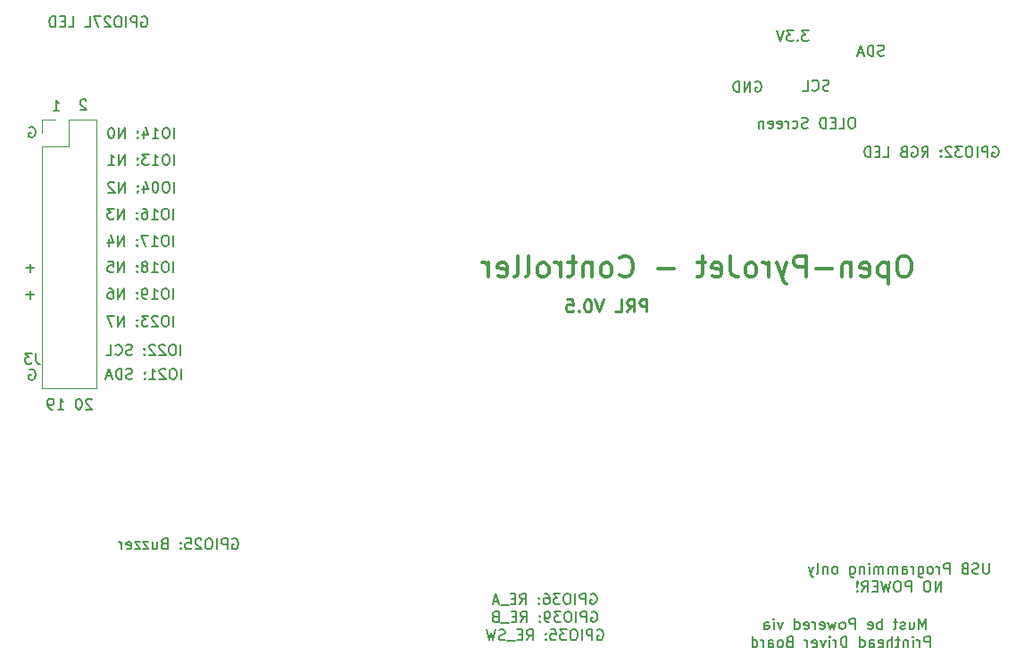
<source format=gbo>
G04 #@! TF.GenerationSoftware,KiCad,Pcbnew,(5.1.12)-1*
G04 #@! TF.CreationDate,2022-03-18T17:22:37+08:00*
G04 #@! TF.ProjectId,Printhead-Controller,5072696e-7468-4656-9164-2d436f6e7472,0.5*
G04 #@! TF.SameCoordinates,Original*
G04 #@! TF.FileFunction,Legend,Bot*
G04 #@! TF.FilePolarity,Positive*
%FSLAX46Y46*%
G04 Gerber Fmt 4.6, Leading zero omitted, Abs format (unit mm)*
G04 Created by KiCad (PCBNEW (5.1.12)-1) date 2022-03-18 17:22:37*
%MOMM*%
%LPD*%
G01*
G04 APERTURE LIST*
%ADD10C,0.200000*%
%ADD11C,0.150000*%
%ADD12C,0.300000*%
%ADD13C,0.230000*%
%ADD14C,0.120000*%
G04 APERTURE END LIST*
D10*
X188260619Y-122538380D02*
X188260619Y-121538380D01*
X187927285Y-122252666D01*
X187593952Y-121538380D01*
X187593952Y-122538380D01*
X186689190Y-121871714D02*
X186689190Y-122538380D01*
X187117761Y-121871714D02*
X187117761Y-122395523D01*
X187070142Y-122490761D01*
X186974904Y-122538380D01*
X186832047Y-122538380D01*
X186736809Y-122490761D01*
X186689190Y-122443142D01*
X186260619Y-122490761D02*
X186165380Y-122538380D01*
X185974904Y-122538380D01*
X185879666Y-122490761D01*
X185832047Y-122395523D01*
X185832047Y-122347904D01*
X185879666Y-122252666D01*
X185974904Y-122205047D01*
X186117761Y-122205047D01*
X186213000Y-122157428D01*
X186260619Y-122062190D01*
X186260619Y-122014571D01*
X186213000Y-121919333D01*
X186117761Y-121871714D01*
X185974904Y-121871714D01*
X185879666Y-121919333D01*
X185546333Y-121871714D02*
X185165380Y-121871714D01*
X185403476Y-121538380D02*
X185403476Y-122395523D01*
X185355857Y-122490761D01*
X185260619Y-122538380D01*
X185165380Y-122538380D01*
X184070142Y-122538380D02*
X184070142Y-121538380D01*
X184070142Y-121919333D02*
X183974904Y-121871714D01*
X183784428Y-121871714D01*
X183689190Y-121919333D01*
X183641571Y-121966952D01*
X183593952Y-122062190D01*
X183593952Y-122347904D01*
X183641571Y-122443142D01*
X183689190Y-122490761D01*
X183784428Y-122538380D01*
X183974904Y-122538380D01*
X184070142Y-122490761D01*
X182784428Y-122490761D02*
X182879666Y-122538380D01*
X183070142Y-122538380D01*
X183165380Y-122490761D01*
X183213000Y-122395523D01*
X183213000Y-122014571D01*
X183165380Y-121919333D01*
X183070142Y-121871714D01*
X182879666Y-121871714D01*
X182784428Y-121919333D01*
X182736809Y-122014571D01*
X182736809Y-122109809D01*
X183213000Y-122205047D01*
X181546333Y-122538380D02*
X181546333Y-121538380D01*
X181165380Y-121538380D01*
X181070142Y-121586000D01*
X181022523Y-121633619D01*
X180974904Y-121728857D01*
X180974904Y-121871714D01*
X181022523Y-121966952D01*
X181070142Y-122014571D01*
X181165380Y-122062190D01*
X181546333Y-122062190D01*
X180403476Y-122538380D02*
X180498714Y-122490761D01*
X180546333Y-122443142D01*
X180593952Y-122347904D01*
X180593952Y-122062190D01*
X180546333Y-121966952D01*
X180498714Y-121919333D01*
X180403476Y-121871714D01*
X180260619Y-121871714D01*
X180165380Y-121919333D01*
X180117761Y-121966952D01*
X180070142Y-122062190D01*
X180070142Y-122347904D01*
X180117761Y-122443142D01*
X180165380Y-122490761D01*
X180260619Y-122538380D01*
X180403476Y-122538380D01*
X179736809Y-121871714D02*
X179546333Y-122538380D01*
X179355857Y-122062190D01*
X179165380Y-122538380D01*
X178974904Y-121871714D01*
X178213000Y-122490761D02*
X178308238Y-122538380D01*
X178498714Y-122538380D01*
X178593952Y-122490761D01*
X178641571Y-122395523D01*
X178641571Y-122014571D01*
X178593952Y-121919333D01*
X178498714Y-121871714D01*
X178308238Y-121871714D01*
X178213000Y-121919333D01*
X178165380Y-122014571D01*
X178165380Y-122109809D01*
X178641571Y-122205047D01*
X177736809Y-122538380D02*
X177736809Y-121871714D01*
X177736809Y-122062190D02*
X177689190Y-121966952D01*
X177641571Y-121919333D01*
X177546333Y-121871714D01*
X177451095Y-121871714D01*
X176736809Y-122490761D02*
X176832047Y-122538380D01*
X177022523Y-122538380D01*
X177117761Y-122490761D01*
X177165380Y-122395523D01*
X177165380Y-122014571D01*
X177117761Y-121919333D01*
X177022523Y-121871714D01*
X176832047Y-121871714D01*
X176736809Y-121919333D01*
X176689190Y-122014571D01*
X176689190Y-122109809D01*
X177165380Y-122205047D01*
X175832047Y-122538380D02*
X175832047Y-121538380D01*
X175832047Y-122490761D02*
X175927285Y-122538380D01*
X176117761Y-122538380D01*
X176213000Y-122490761D01*
X176260619Y-122443142D01*
X176308238Y-122347904D01*
X176308238Y-122062190D01*
X176260619Y-121966952D01*
X176213000Y-121919333D01*
X176117761Y-121871714D01*
X175927285Y-121871714D01*
X175832047Y-121919333D01*
X174689190Y-121871714D02*
X174451095Y-122538380D01*
X174213000Y-121871714D01*
X173832047Y-122538380D02*
X173832047Y-121871714D01*
X173832047Y-121538380D02*
X173879666Y-121586000D01*
X173832047Y-121633619D01*
X173784428Y-121586000D01*
X173832047Y-121538380D01*
X173832047Y-121633619D01*
X172927285Y-122538380D02*
X172927285Y-122014571D01*
X172974904Y-121919333D01*
X173070142Y-121871714D01*
X173260619Y-121871714D01*
X173355857Y-121919333D01*
X172927285Y-122490761D02*
X173022523Y-122538380D01*
X173260619Y-122538380D01*
X173355857Y-122490761D01*
X173403476Y-122395523D01*
X173403476Y-122300285D01*
X173355857Y-122205047D01*
X173260619Y-122157428D01*
X173022523Y-122157428D01*
X172927285Y-122109809D01*
X188641571Y-124238380D02*
X188641571Y-123238380D01*
X188260619Y-123238380D01*
X188165380Y-123286000D01*
X188117761Y-123333619D01*
X188070142Y-123428857D01*
X188070142Y-123571714D01*
X188117761Y-123666952D01*
X188165380Y-123714571D01*
X188260619Y-123762190D01*
X188641571Y-123762190D01*
X187641571Y-124238380D02*
X187641571Y-123571714D01*
X187641571Y-123762190D02*
X187593952Y-123666952D01*
X187546333Y-123619333D01*
X187451095Y-123571714D01*
X187355857Y-123571714D01*
X187022523Y-124238380D02*
X187022523Y-123571714D01*
X187022523Y-123238380D02*
X187070142Y-123286000D01*
X187022523Y-123333619D01*
X186974904Y-123286000D01*
X187022523Y-123238380D01*
X187022523Y-123333619D01*
X186546333Y-123571714D02*
X186546333Y-124238380D01*
X186546333Y-123666952D02*
X186498714Y-123619333D01*
X186403476Y-123571714D01*
X186260619Y-123571714D01*
X186165380Y-123619333D01*
X186117761Y-123714571D01*
X186117761Y-124238380D01*
X185784428Y-123571714D02*
X185403476Y-123571714D01*
X185641571Y-123238380D02*
X185641571Y-124095523D01*
X185593952Y-124190761D01*
X185498714Y-124238380D01*
X185403476Y-124238380D01*
X185070142Y-124238380D02*
X185070142Y-123238380D01*
X184641571Y-124238380D02*
X184641571Y-123714571D01*
X184689190Y-123619333D01*
X184784428Y-123571714D01*
X184927285Y-123571714D01*
X185022523Y-123619333D01*
X185070142Y-123666952D01*
X183784428Y-124190761D02*
X183879666Y-124238380D01*
X184070142Y-124238380D01*
X184165380Y-124190761D01*
X184213000Y-124095523D01*
X184213000Y-123714571D01*
X184165380Y-123619333D01*
X184070142Y-123571714D01*
X183879666Y-123571714D01*
X183784428Y-123619333D01*
X183736809Y-123714571D01*
X183736809Y-123809809D01*
X184213000Y-123905047D01*
X182879666Y-124238380D02*
X182879666Y-123714571D01*
X182927285Y-123619333D01*
X183022523Y-123571714D01*
X183213000Y-123571714D01*
X183308238Y-123619333D01*
X182879666Y-124190761D02*
X182974904Y-124238380D01*
X183213000Y-124238380D01*
X183308238Y-124190761D01*
X183355857Y-124095523D01*
X183355857Y-124000285D01*
X183308238Y-123905047D01*
X183213000Y-123857428D01*
X182974904Y-123857428D01*
X182879666Y-123809809D01*
X181974904Y-124238380D02*
X181974904Y-123238380D01*
X181974904Y-124190761D02*
X182070142Y-124238380D01*
X182260619Y-124238380D01*
X182355857Y-124190761D01*
X182403476Y-124143142D01*
X182451095Y-124047904D01*
X182451095Y-123762190D01*
X182403476Y-123666952D01*
X182355857Y-123619333D01*
X182260619Y-123571714D01*
X182070142Y-123571714D01*
X181974904Y-123619333D01*
X180736809Y-124238380D02*
X180736809Y-123238380D01*
X180498714Y-123238380D01*
X180355857Y-123286000D01*
X180260619Y-123381238D01*
X180213000Y-123476476D01*
X180165380Y-123666952D01*
X180165380Y-123809809D01*
X180213000Y-124000285D01*
X180260619Y-124095523D01*
X180355857Y-124190761D01*
X180498714Y-124238380D01*
X180736809Y-124238380D01*
X179736809Y-124238380D02*
X179736809Y-123571714D01*
X179736809Y-123762190D02*
X179689190Y-123666952D01*
X179641571Y-123619333D01*
X179546333Y-123571714D01*
X179451095Y-123571714D01*
X179117761Y-124238380D02*
X179117761Y-123571714D01*
X179117761Y-123238380D02*
X179165380Y-123286000D01*
X179117761Y-123333619D01*
X179070142Y-123286000D01*
X179117761Y-123238380D01*
X179117761Y-123333619D01*
X178736809Y-123571714D02*
X178498714Y-124238380D01*
X178260619Y-123571714D01*
X177498714Y-124190761D02*
X177593952Y-124238380D01*
X177784428Y-124238380D01*
X177879666Y-124190761D01*
X177927285Y-124095523D01*
X177927285Y-123714571D01*
X177879666Y-123619333D01*
X177784428Y-123571714D01*
X177593952Y-123571714D01*
X177498714Y-123619333D01*
X177451095Y-123714571D01*
X177451095Y-123809809D01*
X177927285Y-123905047D01*
X177022523Y-124238380D02*
X177022523Y-123571714D01*
X177022523Y-123762190D02*
X176974904Y-123666952D01*
X176927285Y-123619333D01*
X176832047Y-123571714D01*
X176736809Y-123571714D01*
X175308238Y-123714571D02*
X175165380Y-123762190D01*
X175117761Y-123809809D01*
X175070142Y-123905047D01*
X175070142Y-124047904D01*
X175117761Y-124143142D01*
X175165380Y-124190761D01*
X175260619Y-124238380D01*
X175641571Y-124238380D01*
X175641571Y-123238380D01*
X175308238Y-123238380D01*
X175213000Y-123286000D01*
X175165380Y-123333619D01*
X175117761Y-123428857D01*
X175117761Y-123524095D01*
X175165380Y-123619333D01*
X175213000Y-123666952D01*
X175308238Y-123714571D01*
X175641571Y-123714571D01*
X174498714Y-124238380D02*
X174593952Y-124190761D01*
X174641571Y-124143142D01*
X174689190Y-124047904D01*
X174689190Y-123762190D01*
X174641571Y-123666952D01*
X174593952Y-123619333D01*
X174498714Y-123571714D01*
X174355857Y-123571714D01*
X174260619Y-123619333D01*
X174213000Y-123666952D01*
X174165380Y-123762190D01*
X174165380Y-124047904D01*
X174213000Y-124143142D01*
X174260619Y-124190761D01*
X174355857Y-124238380D01*
X174498714Y-124238380D01*
X173308238Y-124238380D02*
X173308238Y-123714571D01*
X173355857Y-123619333D01*
X173451095Y-123571714D01*
X173641571Y-123571714D01*
X173736809Y-123619333D01*
X173308238Y-124190761D02*
X173403476Y-124238380D01*
X173641571Y-124238380D01*
X173736809Y-124190761D01*
X173784428Y-124095523D01*
X173784428Y-124000285D01*
X173736809Y-123905047D01*
X173641571Y-123857428D01*
X173403476Y-123857428D01*
X173308238Y-123809809D01*
X172832047Y-124238380D02*
X172832047Y-123571714D01*
X172832047Y-123762190D02*
X172784428Y-123666952D01*
X172736809Y-123619333D01*
X172641571Y-123571714D01*
X172546333Y-123571714D01*
X171784428Y-124238380D02*
X171784428Y-123238380D01*
X171784428Y-124190761D02*
X171879666Y-124238380D01*
X172070142Y-124238380D01*
X172165380Y-124190761D01*
X172213000Y-124143142D01*
X172260619Y-124047904D01*
X172260619Y-123762190D01*
X172213000Y-123666952D01*
X172165380Y-123619333D01*
X172070142Y-123571714D01*
X171879666Y-123571714D01*
X171784428Y-123619333D01*
X194261309Y-116267880D02*
X194261309Y-117077404D01*
X194213690Y-117172642D01*
X194166071Y-117220261D01*
X194070833Y-117267880D01*
X193880357Y-117267880D01*
X193785119Y-117220261D01*
X193737500Y-117172642D01*
X193689880Y-117077404D01*
X193689880Y-116267880D01*
X193261309Y-117220261D02*
X193118452Y-117267880D01*
X192880357Y-117267880D01*
X192785119Y-117220261D01*
X192737500Y-117172642D01*
X192689880Y-117077404D01*
X192689880Y-116982166D01*
X192737500Y-116886928D01*
X192785119Y-116839309D01*
X192880357Y-116791690D01*
X193070833Y-116744071D01*
X193166071Y-116696452D01*
X193213690Y-116648833D01*
X193261309Y-116553595D01*
X193261309Y-116458357D01*
X193213690Y-116363119D01*
X193166071Y-116315500D01*
X193070833Y-116267880D01*
X192832738Y-116267880D01*
X192689880Y-116315500D01*
X191927976Y-116744071D02*
X191785119Y-116791690D01*
X191737500Y-116839309D01*
X191689880Y-116934547D01*
X191689880Y-117077404D01*
X191737500Y-117172642D01*
X191785119Y-117220261D01*
X191880357Y-117267880D01*
X192261309Y-117267880D01*
X192261309Y-116267880D01*
X191927976Y-116267880D01*
X191832738Y-116315500D01*
X191785119Y-116363119D01*
X191737500Y-116458357D01*
X191737500Y-116553595D01*
X191785119Y-116648833D01*
X191832738Y-116696452D01*
X191927976Y-116744071D01*
X192261309Y-116744071D01*
X190499404Y-117267880D02*
X190499404Y-116267880D01*
X190118452Y-116267880D01*
X190023214Y-116315500D01*
X189975595Y-116363119D01*
X189927976Y-116458357D01*
X189927976Y-116601214D01*
X189975595Y-116696452D01*
X190023214Y-116744071D01*
X190118452Y-116791690D01*
X190499404Y-116791690D01*
X189499404Y-117267880D02*
X189499404Y-116601214D01*
X189499404Y-116791690D02*
X189451785Y-116696452D01*
X189404166Y-116648833D01*
X189308928Y-116601214D01*
X189213690Y-116601214D01*
X188737500Y-117267880D02*
X188832738Y-117220261D01*
X188880357Y-117172642D01*
X188927976Y-117077404D01*
X188927976Y-116791690D01*
X188880357Y-116696452D01*
X188832738Y-116648833D01*
X188737500Y-116601214D01*
X188594642Y-116601214D01*
X188499404Y-116648833D01*
X188451785Y-116696452D01*
X188404166Y-116791690D01*
X188404166Y-117077404D01*
X188451785Y-117172642D01*
X188499404Y-117220261D01*
X188594642Y-117267880D01*
X188737500Y-117267880D01*
X187547023Y-116601214D02*
X187547023Y-117410738D01*
X187594642Y-117505976D01*
X187642261Y-117553595D01*
X187737500Y-117601214D01*
X187880357Y-117601214D01*
X187975595Y-117553595D01*
X187547023Y-117220261D02*
X187642261Y-117267880D01*
X187832738Y-117267880D01*
X187927976Y-117220261D01*
X187975595Y-117172642D01*
X188023214Y-117077404D01*
X188023214Y-116791690D01*
X187975595Y-116696452D01*
X187927976Y-116648833D01*
X187832738Y-116601214D01*
X187642261Y-116601214D01*
X187547023Y-116648833D01*
X187070833Y-117267880D02*
X187070833Y-116601214D01*
X187070833Y-116791690D02*
X187023214Y-116696452D01*
X186975595Y-116648833D01*
X186880357Y-116601214D01*
X186785119Y-116601214D01*
X186023214Y-117267880D02*
X186023214Y-116744071D01*
X186070833Y-116648833D01*
X186166071Y-116601214D01*
X186356547Y-116601214D01*
X186451785Y-116648833D01*
X186023214Y-117220261D02*
X186118452Y-117267880D01*
X186356547Y-117267880D01*
X186451785Y-117220261D01*
X186499404Y-117125023D01*
X186499404Y-117029785D01*
X186451785Y-116934547D01*
X186356547Y-116886928D01*
X186118452Y-116886928D01*
X186023214Y-116839309D01*
X185547023Y-117267880D02*
X185547023Y-116601214D01*
X185547023Y-116696452D02*
X185499404Y-116648833D01*
X185404166Y-116601214D01*
X185261309Y-116601214D01*
X185166071Y-116648833D01*
X185118452Y-116744071D01*
X185118452Y-117267880D01*
X185118452Y-116744071D02*
X185070833Y-116648833D01*
X184975595Y-116601214D01*
X184832738Y-116601214D01*
X184737500Y-116648833D01*
X184689880Y-116744071D01*
X184689880Y-117267880D01*
X184213690Y-117267880D02*
X184213690Y-116601214D01*
X184213690Y-116696452D02*
X184166071Y-116648833D01*
X184070833Y-116601214D01*
X183927976Y-116601214D01*
X183832738Y-116648833D01*
X183785119Y-116744071D01*
X183785119Y-117267880D01*
X183785119Y-116744071D02*
X183737500Y-116648833D01*
X183642261Y-116601214D01*
X183499404Y-116601214D01*
X183404166Y-116648833D01*
X183356547Y-116744071D01*
X183356547Y-117267880D01*
X182880357Y-117267880D02*
X182880357Y-116601214D01*
X182880357Y-116267880D02*
X182927976Y-116315500D01*
X182880357Y-116363119D01*
X182832738Y-116315500D01*
X182880357Y-116267880D01*
X182880357Y-116363119D01*
X182404166Y-116601214D02*
X182404166Y-117267880D01*
X182404166Y-116696452D02*
X182356547Y-116648833D01*
X182261309Y-116601214D01*
X182118452Y-116601214D01*
X182023214Y-116648833D01*
X181975595Y-116744071D01*
X181975595Y-117267880D01*
X181070833Y-116601214D02*
X181070833Y-117410738D01*
X181118452Y-117505976D01*
X181166071Y-117553595D01*
X181261309Y-117601214D01*
X181404166Y-117601214D01*
X181499404Y-117553595D01*
X181070833Y-117220261D02*
X181166071Y-117267880D01*
X181356547Y-117267880D01*
X181451785Y-117220261D01*
X181499404Y-117172642D01*
X181547023Y-117077404D01*
X181547023Y-116791690D01*
X181499404Y-116696452D01*
X181451785Y-116648833D01*
X181356547Y-116601214D01*
X181166071Y-116601214D01*
X181070833Y-116648833D01*
X179689880Y-117267880D02*
X179785119Y-117220261D01*
X179832738Y-117172642D01*
X179880357Y-117077404D01*
X179880357Y-116791690D01*
X179832738Y-116696452D01*
X179785119Y-116648833D01*
X179689880Y-116601214D01*
X179547023Y-116601214D01*
X179451785Y-116648833D01*
X179404166Y-116696452D01*
X179356547Y-116791690D01*
X179356547Y-117077404D01*
X179404166Y-117172642D01*
X179451785Y-117220261D01*
X179547023Y-117267880D01*
X179689880Y-117267880D01*
X178927976Y-116601214D02*
X178927976Y-117267880D01*
X178927976Y-116696452D02*
X178880357Y-116648833D01*
X178785119Y-116601214D01*
X178642261Y-116601214D01*
X178547023Y-116648833D01*
X178499404Y-116744071D01*
X178499404Y-117267880D01*
X177880357Y-117267880D02*
X177975595Y-117220261D01*
X178023214Y-117125023D01*
X178023214Y-116267880D01*
X177594642Y-116601214D02*
X177356547Y-117267880D01*
X177118452Y-116601214D02*
X177356547Y-117267880D01*
X177451785Y-117505976D01*
X177499404Y-117553595D01*
X177594642Y-117601214D01*
X189713690Y-118967880D02*
X189713690Y-117967880D01*
X189142261Y-118967880D01*
X189142261Y-117967880D01*
X188475595Y-117967880D02*
X188285119Y-117967880D01*
X188189880Y-118015500D01*
X188094642Y-118110738D01*
X188047023Y-118301214D01*
X188047023Y-118634547D01*
X188094642Y-118825023D01*
X188189880Y-118920261D01*
X188285119Y-118967880D01*
X188475595Y-118967880D01*
X188570833Y-118920261D01*
X188666071Y-118825023D01*
X188713690Y-118634547D01*
X188713690Y-118301214D01*
X188666071Y-118110738D01*
X188570833Y-118015500D01*
X188475595Y-117967880D01*
X186856547Y-118967880D02*
X186856547Y-117967880D01*
X186475595Y-117967880D01*
X186380357Y-118015500D01*
X186332738Y-118063119D01*
X186285119Y-118158357D01*
X186285119Y-118301214D01*
X186332738Y-118396452D01*
X186380357Y-118444071D01*
X186475595Y-118491690D01*
X186856547Y-118491690D01*
X185666071Y-117967880D02*
X185475595Y-117967880D01*
X185380357Y-118015500D01*
X185285119Y-118110738D01*
X185237500Y-118301214D01*
X185237500Y-118634547D01*
X185285119Y-118825023D01*
X185380357Y-118920261D01*
X185475595Y-118967880D01*
X185666071Y-118967880D01*
X185761309Y-118920261D01*
X185856547Y-118825023D01*
X185904166Y-118634547D01*
X185904166Y-118301214D01*
X185856547Y-118110738D01*
X185761309Y-118015500D01*
X185666071Y-117967880D01*
X184904166Y-117967880D02*
X184666071Y-118967880D01*
X184475595Y-118253595D01*
X184285119Y-118967880D01*
X184047023Y-117967880D01*
X183666071Y-118444071D02*
X183332738Y-118444071D01*
X183189880Y-118967880D02*
X183666071Y-118967880D01*
X183666071Y-117967880D01*
X183189880Y-117967880D01*
X182189880Y-118967880D02*
X182523214Y-118491690D01*
X182761309Y-118967880D02*
X182761309Y-117967880D01*
X182380357Y-117967880D01*
X182285119Y-118015500D01*
X182237500Y-118063119D01*
X182189880Y-118158357D01*
X182189880Y-118301214D01*
X182237500Y-118396452D01*
X182285119Y-118444071D01*
X182380357Y-118491690D01*
X182761309Y-118491690D01*
X181761309Y-118872642D02*
X181713690Y-118920261D01*
X181761309Y-118967880D01*
X181808928Y-118920261D01*
X181761309Y-118872642D01*
X181761309Y-118967880D01*
X181761309Y-118586928D02*
X181808928Y-118015500D01*
X181761309Y-117967880D01*
X181713690Y-118015500D01*
X181761309Y-118586928D01*
X181761309Y-117967880D01*
X156479333Y-119212000D02*
X156574571Y-119164380D01*
X156717428Y-119164380D01*
X156860285Y-119212000D01*
X156955523Y-119307238D01*
X157003142Y-119402476D01*
X157050761Y-119592952D01*
X157050761Y-119735809D01*
X157003142Y-119926285D01*
X156955523Y-120021523D01*
X156860285Y-120116761D01*
X156717428Y-120164380D01*
X156622190Y-120164380D01*
X156479333Y-120116761D01*
X156431714Y-120069142D01*
X156431714Y-119735809D01*
X156622190Y-119735809D01*
X156003142Y-120164380D02*
X156003142Y-119164380D01*
X155622190Y-119164380D01*
X155526952Y-119212000D01*
X155479333Y-119259619D01*
X155431714Y-119354857D01*
X155431714Y-119497714D01*
X155479333Y-119592952D01*
X155526952Y-119640571D01*
X155622190Y-119688190D01*
X156003142Y-119688190D01*
X155003142Y-120164380D02*
X155003142Y-119164380D01*
X154336476Y-119164380D02*
X154146000Y-119164380D01*
X154050761Y-119212000D01*
X153955523Y-119307238D01*
X153907904Y-119497714D01*
X153907904Y-119831047D01*
X153955523Y-120021523D01*
X154050761Y-120116761D01*
X154146000Y-120164380D01*
X154336476Y-120164380D01*
X154431714Y-120116761D01*
X154526952Y-120021523D01*
X154574571Y-119831047D01*
X154574571Y-119497714D01*
X154526952Y-119307238D01*
X154431714Y-119212000D01*
X154336476Y-119164380D01*
X153574571Y-119164380D02*
X152955523Y-119164380D01*
X153288857Y-119545333D01*
X153146000Y-119545333D01*
X153050761Y-119592952D01*
X153003142Y-119640571D01*
X152955523Y-119735809D01*
X152955523Y-119973904D01*
X153003142Y-120069142D01*
X153050761Y-120116761D01*
X153146000Y-120164380D01*
X153431714Y-120164380D01*
X153526952Y-120116761D01*
X153574571Y-120069142D01*
X152098380Y-119164380D02*
X152288857Y-119164380D01*
X152384095Y-119212000D01*
X152431714Y-119259619D01*
X152526952Y-119402476D01*
X152574571Y-119592952D01*
X152574571Y-119973904D01*
X152526952Y-120069142D01*
X152479333Y-120116761D01*
X152384095Y-120164380D01*
X152193619Y-120164380D01*
X152098380Y-120116761D01*
X152050761Y-120069142D01*
X152003142Y-119973904D01*
X152003142Y-119735809D01*
X152050761Y-119640571D01*
X152098380Y-119592952D01*
X152193619Y-119545333D01*
X152384095Y-119545333D01*
X152479333Y-119592952D01*
X152526952Y-119640571D01*
X152574571Y-119735809D01*
X151574571Y-120069142D02*
X151526952Y-120116761D01*
X151574571Y-120164380D01*
X151622190Y-120116761D01*
X151574571Y-120069142D01*
X151574571Y-120164380D01*
X151574571Y-119545333D02*
X151526952Y-119592952D01*
X151574571Y-119640571D01*
X151622190Y-119592952D01*
X151574571Y-119545333D01*
X151574571Y-119640571D01*
X149765047Y-120164380D02*
X150098380Y-119688190D01*
X150336476Y-120164380D02*
X150336476Y-119164380D01*
X149955523Y-119164380D01*
X149860285Y-119212000D01*
X149812666Y-119259619D01*
X149765047Y-119354857D01*
X149765047Y-119497714D01*
X149812666Y-119592952D01*
X149860285Y-119640571D01*
X149955523Y-119688190D01*
X150336476Y-119688190D01*
X149336476Y-119640571D02*
X149003142Y-119640571D01*
X148860285Y-120164380D02*
X149336476Y-120164380D01*
X149336476Y-119164380D01*
X148860285Y-119164380D01*
X148669809Y-120259619D02*
X147907904Y-120259619D01*
X147717428Y-119878666D02*
X147241238Y-119878666D01*
X147812666Y-120164380D02*
X147479333Y-119164380D01*
X147146000Y-120164380D01*
X156550761Y-120912000D02*
X156646000Y-120864380D01*
X156788857Y-120864380D01*
X156931714Y-120912000D01*
X157026952Y-121007238D01*
X157074571Y-121102476D01*
X157122190Y-121292952D01*
X157122190Y-121435809D01*
X157074571Y-121626285D01*
X157026952Y-121721523D01*
X156931714Y-121816761D01*
X156788857Y-121864380D01*
X156693619Y-121864380D01*
X156550761Y-121816761D01*
X156503142Y-121769142D01*
X156503142Y-121435809D01*
X156693619Y-121435809D01*
X156074571Y-121864380D02*
X156074571Y-120864380D01*
X155693619Y-120864380D01*
X155598380Y-120912000D01*
X155550761Y-120959619D01*
X155503142Y-121054857D01*
X155503142Y-121197714D01*
X155550761Y-121292952D01*
X155598380Y-121340571D01*
X155693619Y-121388190D01*
X156074571Y-121388190D01*
X155074571Y-121864380D02*
X155074571Y-120864380D01*
X154407904Y-120864380D02*
X154217428Y-120864380D01*
X154122190Y-120912000D01*
X154026952Y-121007238D01*
X153979333Y-121197714D01*
X153979333Y-121531047D01*
X154026952Y-121721523D01*
X154122190Y-121816761D01*
X154217428Y-121864380D01*
X154407904Y-121864380D01*
X154503142Y-121816761D01*
X154598380Y-121721523D01*
X154646000Y-121531047D01*
X154646000Y-121197714D01*
X154598380Y-121007238D01*
X154503142Y-120912000D01*
X154407904Y-120864380D01*
X153646000Y-120864380D02*
X153026952Y-120864380D01*
X153360285Y-121245333D01*
X153217428Y-121245333D01*
X153122190Y-121292952D01*
X153074571Y-121340571D01*
X153026952Y-121435809D01*
X153026952Y-121673904D01*
X153074571Y-121769142D01*
X153122190Y-121816761D01*
X153217428Y-121864380D01*
X153503142Y-121864380D01*
X153598380Y-121816761D01*
X153646000Y-121769142D01*
X152550761Y-121864380D02*
X152360285Y-121864380D01*
X152265047Y-121816761D01*
X152217428Y-121769142D01*
X152122190Y-121626285D01*
X152074571Y-121435809D01*
X152074571Y-121054857D01*
X152122190Y-120959619D01*
X152169809Y-120912000D01*
X152265047Y-120864380D01*
X152455523Y-120864380D01*
X152550761Y-120912000D01*
X152598380Y-120959619D01*
X152646000Y-121054857D01*
X152646000Y-121292952D01*
X152598380Y-121388190D01*
X152550761Y-121435809D01*
X152455523Y-121483428D01*
X152265047Y-121483428D01*
X152169809Y-121435809D01*
X152122190Y-121388190D01*
X152074571Y-121292952D01*
X151646000Y-121769142D02*
X151598380Y-121816761D01*
X151646000Y-121864380D01*
X151693619Y-121816761D01*
X151646000Y-121769142D01*
X151646000Y-121864380D01*
X151646000Y-121245333D02*
X151598380Y-121292952D01*
X151646000Y-121340571D01*
X151693619Y-121292952D01*
X151646000Y-121245333D01*
X151646000Y-121340571D01*
X149836476Y-121864380D02*
X150169809Y-121388190D01*
X150407904Y-121864380D02*
X150407904Y-120864380D01*
X150026952Y-120864380D01*
X149931714Y-120912000D01*
X149884095Y-120959619D01*
X149836476Y-121054857D01*
X149836476Y-121197714D01*
X149884095Y-121292952D01*
X149931714Y-121340571D01*
X150026952Y-121388190D01*
X150407904Y-121388190D01*
X149407904Y-121340571D02*
X149074571Y-121340571D01*
X148931714Y-121864380D02*
X149407904Y-121864380D01*
X149407904Y-120864380D01*
X148931714Y-120864380D01*
X148741238Y-121959619D02*
X147979333Y-121959619D01*
X147407904Y-121340571D02*
X147265047Y-121388190D01*
X147217428Y-121435809D01*
X147169809Y-121531047D01*
X147169809Y-121673904D01*
X147217428Y-121769142D01*
X147265047Y-121816761D01*
X147360285Y-121864380D01*
X147741238Y-121864380D01*
X147741238Y-120864380D01*
X147407904Y-120864380D01*
X147312666Y-120912000D01*
X147265047Y-120959619D01*
X147217428Y-121054857D01*
X147217428Y-121150095D01*
X147265047Y-121245333D01*
X147312666Y-121292952D01*
X147407904Y-121340571D01*
X147741238Y-121340571D01*
X157098380Y-122612000D02*
X157193619Y-122564380D01*
X157336476Y-122564380D01*
X157479333Y-122612000D01*
X157574571Y-122707238D01*
X157622190Y-122802476D01*
X157669809Y-122992952D01*
X157669809Y-123135809D01*
X157622190Y-123326285D01*
X157574571Y-123421523D01*
X157479333Y-123516761D01*
X157336476Y-123564380D01*
X157241238Y-123564380D01*
X157098380Y-123516761D01*
X157050761Y-123469142D01*
X157050761Y-123135809D01*
X157241238Y-123135809D01*
X156622190Y-123564380D02*
X156622190Y-122564380D01*
X156241238Y-122564380D01*
X156146000Y-122612000D01*
X156098380Y-122659619D01*
X156050761Y-122754857D01*
X156050761Y-122897714D01*
X156098380Y-122992952D01*
X156146000Y-123040571D01*
X156241238Y-123088190D01*
X156622190Y-123088190D01*
X155622190Y-123564380D02*
X155622190Y-122564380D01*
X154955523Y-122564380D02*
X154765047Y-122564380D01*
X154669809Y-122612000D01*
X154574571Y-122707238D01*
X154526952Y-122897714D01*
X154526952Y-123231047D01*
X154574571Y-123421523D01*
X154669809Y-123516761D01*
X154765047Y-123564380D01*
X154955523Y-123564380D01*
X155050761Y-123516761D01*
X155146000Y-123421523D01*
X155193619Y-123231047D01*
X155193619Y-122897714D01*
X155146000Y-122707238D01*
X155050761Y-122612000D01*
X154955523Y-122564380D01*
X154193619Y-122564380D02*
X153574571Y-122564380D01*
X153907904Y-122945333D01*
X153765047Y-122945333D01*
X153669809Y-122992952D01*
X153622190Y-123040571D01*
X153574571Y-123135809D01*
X153574571Y-123373904D01*
X153622190Y-123469142D01*
X153669809Y-123516761D01*
X153765047Y-123564380D01*
X154050761Y-123564380D01*
X154146000Y-123516761D01*
X154193619Y-123469142D01*
X152669809Y-122564380D02*
X153146000Y-122564380D01*
X153193619Y-123040571D01*
X153146000Y-122992952D01*
X153050761Y-122945333D01*
X152812666Y-122945333D01*
X152717428Y-122992952D01*
X152669809Y-123040571D01*
X152622190Y-123135809D01*
X152622190Y-123373904D01*
X152669809Y-123469142D01*
X152717428Y-123516761D01*
X152812666Y-123564380D01*
X153050761Y-123564380D01*
X153146000Y-123516761D01*
X153193619Y-123469142D01*
X152193619Y-123469142D02*
X152146000Y-123516761D01*
X152193619Y-123564380D01*
X152241238Y-123516761D01*
X152193619Y-123469142D01*
X152193619Y-123564380D01*
X152193619Y-122945333D02*
X152146000Y-122992952D01*
X152193619Y-123040571D01*
X152241238Y-122992952D01*
X152193619Y-122945333D01*
X152193619Y-123040571D01*
X150384095Y-123564380D02*
X150717428Y-123088190D01*
X150955523Y-123564380D02*
X150955523Y-122564380D01*
X150574571Y-122564380D01*
X150479333Y-122612000D01*
X150431714Y-122659619D01*
X150384095Y-122754857D01*
X150384095Y-122897714D01*
X150431714Y-122992952D01*
X150479333Y-123040571D01*
X150574571Y-123088190D01*
X150955523Y-123088190D01*
X149955523Y-123040571D02*
X149622190Y-123040571D01*
X149479333Y-123564380D02*
X149955523Y-123564380D01*
X149955523Y-122564380D01*
X149479333Y-122564380D01*
X149288857Y-123659619D02*
X148526952Y-123659619D01*
X148336476Y-123516761D02*
X148193619Y-123564380D01*
X147955523Y-123564380D01*
X147860285Y-123516761D01*
X147812666Y-123469142D01*
X147765047Y-123373904D01*
X147765047Y-123278666D01*
X147812666Y-123183428D01*
X147860285Y-123135809D01*
X147955523Y-123088190D01*
X148146000Y-123040571D01*
X148241238Y-122992952D01*
X148288857Y-122945333D01*
X148336476Y-122850095D01*
X148336476Y-122754857D01*
X148288857Y-122659619D01*
X148241238Y-122612000D01*
X148146000Y-122564380D01*
X147907904Y-122564380D01*
X147765047Y-122612000D01*
X147431714Y-122564380D02*
X147193619Y-123564380D01*
X147003142Y-122850095D01*
X146812666Y-123564380D01*
X146574571Y-122564380D01*
X194595023Y-76779500D02*
X194690261Y-76731880D01*
X194833119Y-76731880D01*
X194975976Y-76779500D01*
X195071214Y-76874738D01*
X195118833Y-76969976D01*
X195166452Y-77160452D01*
X195166452Y-77303309D01*
X195118833Y-77493785D01*
X195071214Y-77589023D01*
X194975976Y-77684261D01*
X194833119Y-77731880D01*
X194737880Y-77731880D01*
X194595023Y-77684261D01*
X194547404Y-77636642D01*
X194547404Y-77303309D01*
X194737880Y-77303309D01*
X194118833Y-77731880D02*
X194118833Y-76731880D01*
X193737880Y-76731880D01*
X193642642Y-76779500D01*
X193595023Y-76827119D01*
X193547404Y-76922357D01*
X193547404Y-77065214D01*
X193595023Y-77160452D01*
X193642642Y-77208071D01*
X193737880Y-77255690D01*
X194118833Y-77255690D01*
X193118833Y-77731880D02*
X193118833Y-76731880D01*
X192452166Y-76731880D02*
X192261690Y-76731880D01*
X192166452Y-76779500D01*
X192071214Y-76874738D01*
X192023595Y-77065214D01*
X192023595Y-77398547D01*
X192071214Y-77589023D01*
X192166452Y-77684261D01*
X192261690Y-77731880D01*
X192452166Y-77731880D01*
X192547404Y-77684261D01*
X192642642Y-77589023D01*
X192690261Y-77398547D01*
X192690261Y-77065214D01*
X192642642Y-76874738D01*
X192547404Y-76779500D01*
X192452166Y-76731880D01*
X191690261Y-76731880D02*
X191071214Y-76731880D01*
X191404547Y-77112833D01*
X191261690Y-77112833D01*
X191166452Y-77160452D01*
X191118833Y-77208071D01*
X191071214Y-77303309D01*
X191071214Y-77541404D01*
X191118833Y-77636642D01*
X191166452Y-77684261D01*
X191261690Y-77731880D01*
X191547404Y-77731880D01*
X191642642Y-77684261D01*
X191690261Y-77636642D01*
X190690261Y-76827119D02*
X190642642Y-76779500D01*
X190547404Y-76731880D01*
X190309309Y-76731880D01*
X190214071Y-76779500D01*
X190166452Y-76827119D01*
X190118833Y-76922357D01*
X190118833Y-77017595D01*
X190166452Y-77160452D01*
X190737880Y-77731880D01*
X190118833Y-77731880D01*
X189690261Y-77636642D02*
X189642642Y-77684261D01*
X189690261Y-77731880D01*
X189737880Y-77684261D01*
X189690261Y-77636642D01*
X189690261Y-77731880D01*
X189690261Y-77112833D02*
X189642642Y-77160452D01*
X189690261Y-77208071D01*
X189737880Y-77160452D01*
X189690261Y-77112833D01*
X189690261Y-77208071D01*
X187880738Y-77731880D02*
X188214071Y-77255690D01*
X188452166Y-77731880D02*
X188452166Y-76731880D01*
X188071214Y-76731880D01*
X187975976Y-76779500D01*
X187928357Y-76827119D01*
X187880738Y-76922357D01*
X187880738Y-77065214D01*
X187928357Y-77160452D01*
X187975976Y-77208071D01*
X188071214Y-77255690D01*
X188452166Y-77255690D01*
X186928357Y-76779500D02*
X187023595Y-76731880D01*
X187166452Y-76731880D01*
X187309309Y-76779500D01*
X187404547Y-76874738D01*
X187452166Y-76969976D01*
X187499785Y-77160452D01*
X187499785Y-77303309D01*
X187452166Y-77493785D01*
X187404547Y-77589023D01*
X187309309Y-77684261D01*
X187166452Y-77731880D01*
X187071214Y-77731880D01*
X186928357Y-77684261D01*
X186880738Y-77636642D01*
X186880738Y-77303309D01*
X187071214Y-77303309D01*
X186118833Y-77208071D02*
X185975976Y-77255690D01*
X185928357Y-77303309D01*
X185880738Y-77398547D01*
X185880738Y-77541404D01*
X185928357Y-77636642D01*
X185975976Y-77684261D01*
X186071214Y-77731880D01*
X186452166Y-77731880D01*
X186452166Y-76731880D01*
X186118833Y-76731880D01*
X186023595Y-76779500D01*
X185975976Y-76827119D01*
X185928357Y-76922357D01*
X185928357Y-77017595D01*
X185975976Y-77112833D01*
X186023595Y-77160452D01*
X186118833Y-77208071D01*
X186452166Y-77208071D01*
X184214071Y-77731880D02*
X184690261Y-77731880D01*
X184690261Y-76731880D01*
X183880738Y-77208071D02*
X183547404Y-77208071D01*
X183404547Y-77731880D02*
X183880738Y-77731880D01*
X183880738Y-76731880D01*
X183404547Y-76731880D01*
X182975976Y-77731880D02*
X182975976Y-76731880D01*
X182737880Y-76731880D01*
X182595023Y-76779500D01*
X182499785Y-76874738D01*
X182452166Y-76969976D01*
X182404547Y-77160452D01*
X182404547Y-77303309D01*
X182452166Y-77493785D01*
X182499785Y-77589023D01*
X182595023Y-77684261D01*
X182737880Y-77731880D01*
X182975976Y-77731880D01*
X113886738Y-64460500D02*
X113981976Y-64412880D01*
X114124833Y-64412880D01*
X114267690Y-64460500D01*
X114362928Y-64555738D01*
X114410547Y-64650976D01*
X114458166Y-64841452D01*
X114458166Y-64984309D01*
X114410547Y-65174785D01*
X114362928Y-65270023D01*
X114267690Y-65365261D01*
X114124833Y-65412880D01*
X114029595Y-65412880D01*
X113886738Y-65365261D01*
X113839119Y-65317642D01*
X113839119Y-64984309D01*
X114029595Y-64984309D01*
X113410547Y-65412880D02*
X113410547Y-64412880D01*
X113029595Y-64412880D01*
X112934357Y-64460500D01*
X112886738Y-64508119D01*
X112839119Y-64603357D01*
X112839119Y-64746214D01*
X112886738Y-64841452D01*
X112934357Y-64889071D01*
X113029595Y-64936690D01*
X113410547Y-64936690D01*
X112410547Y-65412880D02*
X112410547Y-64412880D01*
X111743880Y-64412880D02*
X111553404Y-64412880D01*
X111458166Y-64460500D01*
X111362928Y-64555738D01*
X111315309Y-64746214D01*
X111315309Y-65079547D01*
X111362928Y-65270023D01*
X111458166Y-65365261D01*
X111553404Y-65412880D01*
X111743880Y-65412880D01*
X111839119Y-65365261D01*
X111934357Y-65270023D01*
X111981976Y-65079547D01*
X111981976Y-64746214D01*
X111934357Y-64555738D01*
X111839119Y-64460500D01*
X111743880Y-64412880D01*
X110934357Y-64508119D02*
X110886738Y-64460500D01*
X110791500Y-64412880D01*
X110553404Y-64412880D01*
X110458166Y-64460500D01*
X110410547Y-64508119D01*
X110362928Y-64603357D01*
X110362928Y-64698595D01*
X110410547Y-64841452D01*
X110981976Y-65412880D01*
X110362928Y-65412880D01*
X110029595Y-64412880D02*
X109362928Y-64412880D01*
X109791500Y-65412880D01*
X108505785Y-65412880D02*
X108981976Y-65412880D01*
X108981976Y-64412880D01*
X106934357Y-65412880D02*
X107410547Y-65412880D01*
X107410547Y-64412880D01*
X106601023Y-64889071D02*
X106267690Y-64889071D01*
X106124833Y-65412880D02*
X106601023Y-65412880D01*
X106601023Y-64412880D01*
X106124833Y-64412880D01*
X105696261Y-65412880D02*
X105696261Y-64412880D01*
X105458166Y-64412880D01*
X105315309Y-64460500D01*
X105220071Y-64555738D01*
X105172452Y-64650976D01*
X105124833Y-64841452D01*
X105124833Y-64984309D01*
X105172452Y-65174785D01*
X105220071Y-65270023D01*
X105315309Y-65365261D01*
X105458166Y-65412880D01*
X105696261Y-65412880D01*
X122482928Y-113990500D02*
X122578166Y-113942880D01*
X122721023Y-113942880D01*
X122863880Y-113990500D01*
X122959119Y-114085738D01*
X123006738Y-114180976D01*
X123054357Y-114371452D01*
X123054357Y-114514309D01*
X123006738Y-114704785D01*
X122959119Y-114800023D01*
X122863880Y-114895261D01*
X122721023Y-114942880D01*
X122625785Y-114942880D01*
X122482928Y-114895261D01*
X122435309Y-114847642D01*
X122435309Y-114514309D01*
X122625785Y-114514309D01*
X122006738Y-114942880D02*
X122006738Y-113942880D01*
X121625785Y-113942880D01*
X121530547Y-113990500D01*
X121482928Y-114038119D01*
X121435309Y-114133357D01*
X121435309Y-114276214D01*
X121482928Y-114371452D01*
X121530547Y-114419071D01*
X121625785Y-114466690D01*
X122006738Y-114466690D01*
X121006738Y-114942880D02*
X121006738Y-113942880D01*
X120340071Y-113942880D02*
X120149595Y-113942880D01*
X120054357Y-113990500D01*
X119959119Y-114085738D01*
X119911500Y-114276214D01*
X119911500Y-114609547D01*
X119959119Y-114800023D01*
X120054357Y-114895261D01*
X120149595Y-114942880D01*
X120340071Y-114942880D01*
X120435309Y-114895261D01*
X120530547Y-114800023D01*
X120578166Y-114609547D01*
X120578166Y-114276214D01*
X120530547Y-114085738D01*
X120435309Y-113990500D01*
X120340071Y-113942880D01*
X119530547Y-114038119D02*
X119482928Y-113990500D01*
X119387690Y-113942880D01*
X119149595Y-113942880D01*
X119054357Y-113990500D01*
X119006738Y-114038119D01*
X118959119Y-114133357D01*
X118959119Y-114228595D01*
X119006738Y-114371452D01*
X119578166Y-114942880D01*
X118959119Y-114942880D01*
X118054357Y-113942880D02*
X118530547Y-113942880D01*
X118578166Y-114419071D01*
X118530547Y-114371452D01*
X118435309Y-114323833D01*
X118197214Y-114323833D01*
X118101976Y-114371452D01*
X118054357Y-114419071D01*
X118006738Y-114514309D01*
X118006738Y-114752404D01*
X118054357Y-114847642D01*
X118101976Y-114895261D01*
X118197214Y-114942880D01*
X118435309Y-114942880D01*
X118530547Y-114895261D01*
X118578166Y-114847642D01*
X117578166Y-114847642D02*
X117530547Y-114895261D01*
X117578166Y-114942880D01*
X117625785Y-114895261D01*
X117578166Y-114847642D01*
X117578166Y-114942880D01*
X117578166Y-114323833D02*
X117530547Y-114371452D01*
X117578166Y-114419071D01*
X117625785Y-114371452D01*
X117578166Y-114323833D01*
X117578166Y-114419071D01*
X116006738Y-114419071D02*
X115863880Y-114466690D01*
X115816261Y-114514309D01*
X115768642Y-114609547D01*
X115768642Y-114752404D01*
X115816261Y-114847642D01*
X115863880Y-114895261D01*
X115959119Y-114942880D01*
X116340071Y-114942880D01*
X116340071Y-113942880D01*
X116006738Y-113942880D01*
X115911500Y-113990500D01*
X115863880Y-114038119D01*
X115816261Y-114133357D01*
X115816261Y-114228595D01*
X115863880Y-114323833D01*
X115911500Y-114371452D01*
X116006738Y-114419071D01*
X116340071Y-114419071D01*
X114911500Y-114276214D02*
X114911500Y-114942880D01*
X115340071Y-114276214D02*
X115340071Y-114800023D01*
X115292452Y-114895261D01*
X115197214Y-114942880D01*
X115054357Y-114942880D01*
X114959119Y-114895261D01*
X114911500Y-114847642D01*
X114530547Y-114276214D02*
X114006738Y-114276214D01*
X114530547Y-114942880D01*
X114006738Y-114942880D01*
X113721023Y-114276214D02*
X113197214Y-114276214D01*
X113721023Y-114942880D01*
X113197214Y-114942880D01*
X112435309Y-114895261D02*
X112530547Y-114942880D01*
X112721023Y-114942880D01*
X112816261Y-114895261D01*
X112863880Y-114800023D01*
X112863880Y-114419071D01*
X112816261Y-114323833D01*
X112721023Y-114276214D01*
X112530547Y-114276214D01*
X112435309Y-114323833D01*
X112387690Y-114419071D01*
X112387690Y-114514309D01*
X112863880Y-114609547D01*
X111959119Y-114942880D02*
X111959119Y-114276214D01*
X111959119Y-114466690D02*
X111911500Y-114371452D01*
X111863880Y-114323833D01*
X111768642Y-114276214D01*
X111673404Y-114276214D01*
X103243095Y-74938000D02*
X103338333Y-74890380D01*
X103481190Y-74890380D01*
X103624047Y-74938000D01*
X103719285Y-75033238D01*
X103766904Y-75128476D01*
X103814523Y-75318952D01*
X103814523Y-75461809D01*
X103766904Y-75652285D01*
X103719285Y-75747523D01*
X103624047Y-75842761D01*
X103481190Y-75890380D01*
X103385952Y-75890380D01*
X103243095Y-75842761D01*
X103195476Y-75795142D01*
X103195476Y-75461809D01*
X103385952Y-75461809D01*
X103243095Y-97925000D02*
X103338333Y-97877380D01*
X103481190Y-97877380D01*
X103624047Y-97925000D01*
X103719285Y-98020238D01*
X103766904Y-98115476D01*
X103814523Y-98305952D01*
X103814523Y-98448809D01*
X103766904Y-98639285D01*
X103719285Y-98734523D01*
X103624047Y-98829761D01*
X103481190Y-98877380D01*
X103385952Y-98877380D01*
X103243095Y-98829761D01*
X103195476Y-98782142D01*
X103195476Y-98448809D01*
X103385952Y-98448809D01*
X103695452Y-88272928D02*
X102933547Y-88272928D01*
X103314500Y-88653880D02*
X103314500Y-87891976D01*
X103695452Y-90812928D02*
X102933547Y-90812928D01*
X103314500Y-91193880D02*
X103314500Y-90431976D01*
X117609500Y-98813880D02*
X117609500Y-97813880D01*
X116942833Y-97813880D02*
X116752357Y-97813880D01*
X116657119Y-97861500D01*
X116561880Y-97956738D01*
X116514261Y-98147214D01*
X116514261Y-98480547D01*
X116561880Y-98671023D01*
X116657119Y-98766261D01*
X116752357Y-98813880D01*
X116942833Y-98813880D01*
X117038071Y-98766261D01*
X117133309Y-98671023D01*
X117180928Y-98480547D01*
X117180928Y-98147214D01*
X117133309Y-97956738D01*
X117038071Y-97861500D01*
X116942833Y-97813880D01*
X116133309Y-97909119D02*
X116085690Y-97861500D01*
X115990452Y-97813880D01*
X115752357Y-97813880D01*
X115657119Y-97861500D01*
X115609500Y-97909119D01*
X115561880Y-98004357D01*
X115561880Y-98099595D01*
X115609500Y-98242452D01*
X116180928Y-98813880D01*
X115561880Y-98813880D01*
X114609500Y-98813880D02*
X115180928Y-98813880D01*
X114895214Y-98813880D02*
X114895214Y-97813880D01*
X114990452Y-97956738D01*
X115085690Y-98051976D01*
X115180928Y-98099595D01*
X114180928Y-98718642D02*
X114133309Y-98766261D01*
X114180928Y-98813880D01*
X114228547Y-98766261D01*
X114180928Y-98718642D01*
X114180928Y-98813880D01*
X114180928Y-98194833D02*
X114133309Y-98242452D01*
X114180928Y-98290071D01*
X114228547Y-98242452D01*
X114180928Y-98194833D01*
X114180928Y-98290071D01*
X112990452Y-98766261D02*
X112847595Y-98813880D01*
X112609500Y-98813880D01*
X112514261Y-98766261D01*
X112466642Y-98718642D01*
X112419023Y-98623404D01*
X112419023Y-98528166D01*
X112466642Y-98432928D01*
X112514261Y-98385309D01*
X112609500Y-98337690D01*
X112799976Y-98290071D01*
X112895214Y-98242452D01*
X112942833Y-98194833D01*
X112990452Y-98099595D01*
X112990452Y-98004357D01*
X112942833Y-97909119D01*
X112895214Y-97861500D01*
X112799976Y-97813880D01*
X112561880Y-97813880D01*
X112419023Y-97861500D01*
X111990452Y-98813880D02*
X111990452Y-97813880D01*
X111752357Y-97813880D01*
X111609500Y-97861500D01*
X111514261Y-97956738D01*
X111466642Y-98051976D01*
X111419023Y-98242452D01*
X111419023Y-98385309D01*
X111466642Y-98575785D01*
X111514261Y-98671023D01*
X111609500Y-98766261D01*
X111752357Y-98813880D01*
X111990452Y-98813880D01*
X111038071Y-98528166D02*
X110561880Y-98528166D01*
X111133309Y-98813880D02*
X110799976Y-97813880D01*
X110466642Y-98813880D01*
X117585690Y-96527880D02*
X117585690Y-95527880D01*
X116919023Y-95527880D02*
X116728547Y-95527880D01*
X116633309Y-95575500D01*
X116538071Y-95670738D01*
X116490452Y-95861214D01*
X116490452Y-96194547D01*
X116538071Y-96385023D01*
X116633309Y-96480261D01*
X116728547Y-96527880D01*
X116919023Y-96527880D01*
X117014261Y-96480261D01*
X117109500Y-96385023D01*
X117157119Y-96194547D01*
X117157119Y-95861214D01*
X117109500Y-95670738D01*
X117014261Y-95575500D01*
X116919023Y-95527880D01*
X116109500Y-95623119D02*
X116061880Y-95575500D01*
X115966642Y-95527880D01*
X115728547Y-95527880D01*
X115633309Y-95575500D01*
X115585690Y-95623119D01*
X115538071Y-95718357D01*
X115538071Y-95813595D01*
X115585690Y-95956452D01*
X116157119Y-96527880D01*
X115538071Y-96527880D01*
X115157119Y-95623119D02*
X115109500Y-95575500D01*
X115014261Y-95527880D01*
X114776166Y-95527880D01*
X114680928Y-95575500D01*
X114633309Y-95623119D01*
X114585690Y-95718357D01*
X114585690Y-95813595D01*
X114633309Y-95956452D01*
X115204738Y-96527880D01*
X114585690Y-96527880D01*
X114157119Y-96432642D02*
X114109500Y-96480261D01*
X114157119Y-96527880D01*
X114204738Y-96480261D01*
X114157119Y-96432642D01*
X114157119Y-96527880D01*
X114157119Y-95908833D02*
X114109500Y-95956452D01*
X114157119Y-96004071D01*
X114204738Y-95956452D01*
X114157119Y-95908833D01*
X114157119Y-96004071D01*
X112966642Y-96480261D02*
X112823785Y-96527880D01*
X112585690Y-96527880D01*
X112490452Y-96480261D01*
X112442833Y-96432642D01*
X112395214Y-96337404D01*
X112395214Y-96242166D01*
X112442833Y-96146928D01*
X112490452Y-96099309D01*
X112585690Y-96051690D01*
X112776166Y-96004071D01*
X112871404Y-95956452D01*
X112919023Y-95908833D01*
X112966642Y-95813595D01*
X112966642Y-95718357D01*
X112919023Y-95623119D01*
X112871404Y-95575500D01*
X112776166Y-95527880D01*
X112538071Y-95527880D01*
X112395214Y-95575500D01*
X111395214Y-96432642D02*
X111442833Y-96480261D01*
X111585690Y-96527880D01*
X111680928Y-96527880D01*
X111823785Y-96480261D01*
X111919023Y-96385023D01*
X111966642Y-96289785D01*
X112014261Y-96099309D01*
X112014261Y-95956452D01*
X111966642Y-95765976D01*
X111919023Y-95670738D01*
X111823785Y-95575500D01*
X111680928Y-95527880D01*
X111585690Y-95527880D01*
X111442833Y-95575500D01*
X111395214Y-95623119D01*
X110490452Y-96527880D02*
X110966642Y-96527880D01*
X110966642Y-95527880D01*
X116887238Y-93797380D02*
X116887238Y-92797380D01*
X116220571Y-92797380D02*
X116030095Y-92797380D01*
X115934857Y-92845000D01*
X115839619Y-92940238D01*
X115792000Y-93130714D01*
X115792000Y-93464047D01*
X115839619Y-93654523D01*
X115934857Y-93749761D01*
X116030095Y-93797380D01*
X116220571Y-93797380D01*
X116315809Y-93749761D01*
X116411047Y-93654523D01*
X116458666Y-93464047D01*
X116458666Y-93130714D01*
X116411047Y-92940238D01*
X116315809Y-92845000D01*
X116220571Y-92797380D01*
X115411047Y-92892619D02*
X115363428Y-92845000D01*
X115268190Y-92797380D01*
X115030095Y-92797380D01*
X114934857Y-92845000D01*
X114887238Y-92892619D01*
X114839619Y-92987857D01*
X114839619Y-93083095D01*
X114887238Y-93225952D01*
X115458666Y-93797380D01*
X114839619Y-93797380D01*
X114506285Y-92797380D02*
X113887238Y-92797380D01*
X114220571Y-93178333D01*
X114077714Y-93178333D01*
X113982476Y-93225952D01*
X113934857Y-93273571D01*
X113887238Y-93368809D01*
X113887238Y-93606904D01*
X113934857Y-93702142D01*
X113982476Y-93749761D01*
X114077714Y-93797380D01*
X114363428Y-93797380D01*
X114458666Y-93749761D01*
X114506285Y-93702142D01*
X113458666Y-93702142D02*
X113411047Y-93749761D01*
X113458666Y-93797380D01*
X113506285Y-93749761D01*
X113458666Y-93702142D01*
X113458666Y-93797380D01*
X113458666Y-93178333D02*
X113411047Y-93225952D01*
X113458666Y-93273571D01*
X113506285Y-93225952D01*
X113458666Y-93178333D01*
X113458666Y-93273571D01*
X112220571Y-93797380D02*
X112220571Y-92797380D01*
X111649142Y-93797380D01*
X111649142Y-92797380D01*
X111268190Y-92797380D02*
X110601523Y-92797380D01*
X111030095Y-93797380D01*
X116887238Y-91193880D02*
X116887238Y-90193880D01*
X116220571Y-90193880D02*
X116030095Y-90193880D01*
X115934857Y-90241500D01*
X115839619Y-90336738D01*
X115792000Y-90527214D01*
X115792000Y-90860547D01*
X115839619Y-91051023D01*
X115934857Y-91146261D01*
X116030095Y-91193880D01*
X116220571Y-91193880D01*
X116315809Y-91146261D01*
X116411047Y-91051023D01*
X116458666Y-90860547D01*
X116458666Y-90527214D01*
X116411047Y-90336738D01*
X116315809Y-90241500D01*
X116220571Y-90193880D01*
X114839619Y-91193880D02*
X115411047Y-91193880D01*
X115125333Y-91193880D02*
X115125333Y-90193880D01*
X115220571Y-90336738D01*
X115315809Y-90431976D01*
X115411047Y-90479595D01*
X114363428Y-91193880D02*
X114172952Y-91193880D01*
X114077714Y-91146261D01*
X114030095Y-91098642D01*
X113934857Y-90955785D01*
X113887238Y-90765309D01*
X113887238Y-90384357D01*
X113934857Y-90289119D01*
X113982476Y-90241500D01*
X114077714Y-90193880D01*
X114268190Y-90193880D01*
X114363428Y-90241500D01*
X114411047Y-90289119D01*
X114458666Y-90384357D01*
X114458666Y-90622452D01*
X114411047Y-90717690D01*
X114363428Y-90765309D01*
X114268190Y-90812928D01*
X114077714Y-90812928D01*
X113982476Y-90765309D01*
X113934857Y-90717690D01*
X113887238Y-90622452D01*
X113458666Y-91098642D02*
X113411047Y-91146261D01*
X113458666Y-91193880D01*
X113506285Y-91146261D01*
X113458666Y-91098642D01*
X113458666Y-91193880D01*
X113458666Y-90574833D02*
X113411047Y-90622452D01*
X113458666Y-90670071D01*
X113506285Y-90622452D01*
X113458666Y-90574833D01*
X113458666Y-90670071D01*
X112220571Y-91193880D02*
X112220571Y-90193880D01*
X111649142Y-91193880D01*
X111649142Y-90193880D01*
X110744380Y-90193880D02*
X110934857Y-90193880D01*
X111030095Y-90241500D01*
X111077714Y-90289119D01*
X111172952Y-90431976D01*
X111220571Y-90622452D01*
X111220571Y-91003404D01*
X111172952Y-91098642D01*
X111125333Y-91146261D01*
X111030095Y-91193880D01*
X110839619Y-91193880D01*
X110744380Y-91146261D01*
X110696761Y-91098642D01*
X110649142Y-91003404D01*
X110649142Y-90765309D01*
X110696761Y-90670071D01*
X110744380Y-90622452D01*
X110839619Y-90574833D01*
X111030095Y-90574833D01*
X111125333Y-90622452D01*
X111172952Y-90670071D01*
X111220571Y-90765309D01*
X116887238Y-88653880D02*
X116887238Y-87653880D01*
X116220571Y-87653880D02*
X116030095Y-87653880D01*
X115934857Y-87701500D01*
X115839619Y-87796738D01*
X115792000Y-87987214D01*
X115792000Y-88320547D01*
X115839619Y-88511023D01*
X115934857Y-88606261D01*
X116030095Y-88653880D01*
X116220571Y-88653880D01*
X116315809Y-88606261D01*
X116411047Y-88511023D01*
X116458666Y-88320547D01*
X116458666Y-87987214D01*
X116411047Y-87796738D01*
X116315809Y-87701500D01*
X116220571Y-87653880D01*
X114839619Y-88653880D02*
X115411047Y-88653880D01*
X115125333Y-88653880D02*
X115125333Y-87653880D01*
X115220571Y-87796738D01*
X115315809Y-87891976D01*
X115411047Y-87939595D01*
X114268190Y-88082452D02*
X114363428Y-88034833D01*
X114411047Y-87987214D01*
X114458666Y-87891976D01*
X114458666Y-87844357D01*
X114411047Y-87749119D01*
X114363428Y-87701500D01*
X114268190Y-87653880D01*
X114077714Y-87653880D01*
X113982476Y-87701500D01*
X113934857Y-87749119D01*
X113887238Y-87844357D01*
X113887238Y-87891976D01*
X113934857Y-87987214D01*
X113982476Y-88034833D01*
X114077714Y-88082452D01*
X114268190Y-88082452D01*
X114363428Y-88130071D01*
X114411047Y-88177690D01*
X114458666Y-88272928D01*
X114458666Y-88463404D01*
X114411047Y-88558642D01*
X114363428Y-88606261D01*
X114268190Y-88653880D01*
X114077714Y-88653880D01*
X113982476Y-88606261D01*
X113934857Y-88558642D01*
X113887238Y-88463404D01*
X113887238Y-88272928D01*
X113934857Y-88177690D01*
X113982476Y-88130071D01*
X114077714Y-88082452D01*
X113458666Y-88558642D02*
X113411047Y-88606261D01*
X113458666Y-88653880D01*
X113506285Y-88606261D01*
X113458666Y-88558642D01*
X113458666Y-88653880D01*
X113458666Y-88034833D02*
X113411047Y-88082452D01*
X113458666Y-88130071D01*
X113506285Y-88082452D01*
X113458666Y-88034833D01*
X113458666Y-88130071D01*
X112220571Y-88653880D02*
X112220571Y-87653880D01*
X111649142Y-88653880D01*
X111649142Y-87653880D01*
X110696761Y-87653880D02*
X111172952Y-87653880D01*
X111220571Y-88130071D01*
X111172952Y-88082452D01*
X111077714Y-88034833D01*
X110839619Y-88034833D01*
X110744380Y-88082452D01*
X110696761Y-88130071D01*
X110649142Y-88225309D01*
X110649142Y-88463404D01*
X110696761Y-88558642D01*
X110744380Y-88606261D01*
X110839619Y-88653880D01*
X111077714Y-88653880D01*
X111172952Y-88606261D01*
X111220571Y-88558642D01*
X116887238Y-86177380D02*
X116887238Y-85177380D01*
X116220571Y-85177380D02*
X116030095Y-85177380D01*
X115934857Y-85225000D01*
X115839619Y-85320238D01*
X115792000Y-85510714D01*
X115792000Y-85844047D01*
X115839619Y-86034523D01*
X115934857Y-86129761D01*
X116030095Y-86177380D01*
X116220571Y-86177380D01*
X116315809Y-86129761D01*
X116411047Y-86034523D01*
X116458666Y-85844047D01*
X116458666Y-85510714D01*
X116411047Y-85320238D01*
X116315809Y-85225000D01*
X116220571Y-85177380D01*
X114839619Y-86177380D02*
X115411047Y-86177380D01*
X115125333Y-86177380D02*
X115125333Y-85177380D01*
X115220571Y-85320238D01*
X115315809Y-85415476D01*
X115411047Y-85463095D01*
X114506285Y-85177380D02*
X113839619Y-85177380D01*
X114268190Y-86177380D01*
X113458666Y-86082142D02*
X113411047Y-86129761D01*
X113458666Y-86177380D01*
X113506285Y-86129761D01*
X113458666Y-86082142D01*
X113458666Y-86177380D01*
X113458666Y-85558333D02*
X113411047Y-85605952D01*
X113458666Y-85653571D01*
X113506285Y-85605952D01*
X113458666Y-85558333D01*
X113458666Y-85653571D01*
X112220571Y-86177380D02*
X112220571Y-85177380D01*
X111649142Y-86177380D01*
X111649142Y-85177380D01*
X110744380Y-85510714D02*
X110744380Y-86177380D01*
X110982476Y-85129761D02*
X111220571Y-85844047D01*
X110601523Y-85844047D01*
X116887238Y-83637380D02*
X116887238Y-82637380D01*
X116220571Y-82637380D02*
X116030095Y-82637380D01*
X115934857Y-82685000D01*
X115839619Y-82780238D01*
X115792000Y-82970714D01*
X115792000Y-83304047D01*
X115839619Y-83494523D01*
X115934857Y-83589761D01*
X116030095Y-83637380D01*
X116220571Y-83637380D01*
X116315809Y-83589761D01*
X116411047Y-83494523D01*
X116458666Y-83304047D01*
X116458666Y-82970714D01*
X116411047Y-82780238D01*
X116315809Y-82685000D01*
X116220571Y-82637380D01*
X114839619Y-83637380D02*
X115411047Y-83637380D01*
X115125333Y-83637380D02*
X115125333Y-82637380D01*
X115220571Y-82780238D01*
X115315809Y-82875476D01*
X115411047Y-82923095D01*
X113982476Y-82637380D02*
X114172952Y-82637380D01*
X114268190Y-82685000D01*
X114315809Y-82732619D01*
X114411047Y-82875476D01*
X114458666Y-83065952D01*
X114458666Y-83446904D01*
X114411047Y-83542142D01*
X114363428Y-83589761D01*
X114268190Y-83637380D01*
X114077714Y-83637380D01*
X113982476Y-83589761D01*
X113934857Y-83542142D01*
X113887238Y-83446904D01*
X113887238Y-83208809D01*
X113934857Y-83113571D01*
X113982476Y-83065952D01*
X114077714Y-83018333D01*
X114268190Y-83018333D01*
X114363428Y-83065952D01*
X114411047Y-83113571D01*
X114458666Y-83208809D01*
X113458666Y-83542142D02*
X113411047Y-83589761D01*
X113458666Y-83637380D01*
X113506285Y-83589761D01*
X113458666Y-83542142D01*
X113458666Y-83637380D01*
X113458666Y-83018333D02*
X113411047Y-83065952D01*
X113458666Y-83113571D01*
X113506285Y-83065952D01*
X113458666Y-83018333D01*
X113458666Y-83113571D01*
X112220571Y-83637380D02*
X112220571Y-82637380D01*
X111649142Y-83637380D01*
X111649142Y-82637380D01*
X111268190Y-82637380D02*
X110649142Y-82637380D01*
X110982476Y-83018333D01*
X110839619Y-83018333D01*
X110744380Y-83065952D01*
X110696761Y-83113571D01*
X110649142Y-83208809D01*
X110649142Y-83446904D01*
X110696761Y-83542142D01*
X110744380Y-83589761D01*
X110839619Y-83637380D01*
X111125333Y-83637380D01*
X111220571Y-83589761D01*
X111268190Y-83542142D01*
X116950738Y-81097380D02*
X116950738Y-80097380D01*
X116284071Y-80097380D02*
X116093595Y-80097380D01*
X115998357Y-80145000D01*
X115903119Y-80240238D01*
X115855500Y-80430714D01*
X115855500Y-80764047D01*
X115903119Y-80954523D01*
X115998357Y-81049761D01*
X116093595Y-81097380D01*
X116284071Y-81097380D01*
X116379309Y-81049761D01*
X116474547Y-80954523D01*
X116522166Y-80764047D01*
X116522166Y-80430714D01*
X116474547Y-80240238D01*
X116379309Y-80145000D01*
X116284071Y-80097380D01*
X115236452Y-80097380D02*
X115141214Y-80097380D01*
X115045976Y-80145000D01*
X114998357Y-80192619D01*
X114950738Y-80287857D01*
X114903119Y-80478333D01*
X114903119Y-80716428D01*
X114950738Y-80906904D01*
X114998357Y-81002142D01*
X115045976Y-81049761D01*
X115141214Y-81097380D01*
X115236452Y-81097380D01*
X115331690Y-81049761D01*
X115379309Y-81002142D01*
X115426928Y-80906904D01*
X115474547Y-80716428D01*
X115474547Y-80478333D01*
X115426928Y-80287857D01*
X115379309Y-80192619D01*
X115331690Y-80145000D01*
X115236452Y-80097380D01*
X114045976Y-80430714D02*
X114045976Y-81097380D01*
X114284071Y-80049761D02*
X114522166Y-80764047D01*
X113903119Y-80764047D01*
X113522166Y-81002142D02*
X113474547Y-81049761D01*
X113522166Y-81097380D01*
X113569785Y-81049761D01*
X113522166Y-81002142D01*
X113522166Y-81097380D01*
X113522166Y-80478333D02*
X113474547Y-80525952D01*
X113522166Y-80573571D01*
X113569785Y-80525952D01*
X113522166Y-80478333D01*
X113522166Y-80573571D01*
X112284071Y-81097380D02*
X112284071Y-80097380D01*
X111712642Y-81097380D01*
X111712642Y-80097380D01*
X111284071Y-80192619D02*
X111236452Y-80145000D01*
X111141214Y-80097380D01*
X110903119Y-80097380D01*
X110807880Y-80145000D01*
X110760261Y-80192619D01*
X110712642Y-80287857D01*
X110712642Y-80383095D01*
X110760261Y-80525952D01*
X111331690Y-81097380D01*
X110712642Y-81097380D01*
X116950738Y-78493880D02*
X116950738Y-77493880D01*
X116284071Y-77493880D02*
X116093595Y-77493880D01*
X115998357Y-77541500D01*
X115903119Y-77636738D01*
X115855500Y-77827214D01*
X115855500Y-78160547D01*
X115903119Y-78351023D01*
X115998357Y-78446261D01*
X116093595Y-78493880D01*
X116284071Y-78493880D01*
X116379309Y-78446261D01*
X116474547Y-78351023D01*
X116522166Y-78160547D01*
X116522166Y-77827214D01*
X116474547Y-77636738D01*
X116379309Y-77541500D01*
X116284071Y-77493880D01*
X114903119Y-78493880D02*
X115474547Y-78493880D01*
X115188833Y-78493880D02*
X115188833Y-77493880D01*
X115284071Y-77636738D01*
X115379309Y-77731976D01*
X115474547Y-77779595D01*
X114569785Y-77493880D02*
X113950738Y-77493880D01*
X114284071Y-77874833D01*
X114141214Y-77874833D01*
X114045976Y-77922452D01*
X113998357Y-77970071D01*
X113950738Y-78065309D01*
X113950738Y-78303404D01*
X113998357Y-78398642D01*
X114045976Y-78446261D01*
X114141214Y-78493880D01*
X114426928Y-78493880D01*
X114522166Y-78446261D01*
X114569785Y-78398642D01*
X113522166Y-78398642D02*
X113474547Y-78446261D01*
X113522166Y-78493880D01*
X113569785Y-78446261D01*
X113522166Y-78398642D01*
X113522166Y-78493880D01*
X113522166Y-77874833D02*
X113474547Y-77922452D01*
X113522166Y-77970071D01*
X113569785Y-77922452D01*
X113522166Y-77874833D01*
X113522166Y-77970071D01*
X112284071Y-78493880D02*
X112284071Y-77493880D01*
X111712642Y-78493880D01*
X111712642Y-77493880D01*
X110712642Y-78493880D02*
X111284071Y-78493880D01*
X110998357Y-78493880D02*
X110998357Y-77493880D01*
X111093595Y-77636738D01*
X111188833Y-77731976D01*
X111284071Y-77779595D01*
X116950738Y-75953880D02*
X116950738Y-74953880D01*
X116284071Y-74953880D02*
X116093595Y-74953880D01*
X115998357Y-75001500D01*
X115903119Y-75096738D01*
X115855500Y-75287214D01*
X115855500Y-75620547D01*
X115903119Y-75811023D01*
X115998357Y-75906261D01*
X116093595Y-75953880D01*
X116284071Y-75953880D01*
X116379309Y-75906261D01*
X116474547Y-75811023D01*
X116522166Y-75620547D01*
X116522166Y-75287214D01*
X116474547Y-75096738D01*
X116379309Y-75001500D01*
X116284071Y-74953880D01*
X114903119Y-75953880D02*
X115474547Y-75953880D01*
X115188833Y-75953880D02*
X115188833Y-74953880D01*
X115284071Y-75096738D01*
X115379309Y-75191976D01*
X115474547Y-75239595D01*
X114045976Y-75287214D02*
X114045976Y-75953880D01*
X114284071Y-74906261D02*
X114522166Y-75620547D01*
X113903119Y-75620547D01*
X113522166Y-75858642D02*
X113474547Y-75906261D01*
X113522166Y-75953880D01*
X113569785Y-75906261D01*
X113522166Y-75858642D01*
X113522166Y-75953880D01*
X113522166Y-75334833D02*
X113474547Y-75382452D01*
X113522166Y-75430071D01*
X113569785Y-75382452D01*
X113522166Y-75334833D01*
X113522166Y-75430071D01*
X112284071Y-75953880D02*
X112284071Y-74953880D01*
X111712642Y-75953880D01*
X111712642Y-74953880D01*
X111045976Y-74953880D02*
X110950738Y-74953880D01*
X110855500Y-75001500D01*
X110807880Y-75049119D01*
X110760261Y-75144357D01*
X110712642Y-75334833D01*
X110712642Y-75572928D01*
X110760261Y-75763404D01*
X110807880Y-75858642D01*
X110855500Y-75906261D01*
X110950738Y-75953880D01*
X111045976Y-75953880D01*
X111141214Y-75906261D01*
X111188833Y-75858642D01*
X111236452Y-75763404D01*
X111284071Y-75572928D01*
X111284071Y-75334833D01*
X111236452Y-75144357D01*
X111188833Y-75049119D01*
X111141214Y-75001500D01*
X111045976Y-74953880D01*
X181331642Y-74001380D02*
X181141166Y-74001380D01*
X181045928Y-74049000D01*
X180950690Y-74144238D01*
X180903071Y-74334714D01*
X180903071Y-74668047D01*
X180950690Y-74858523D01*
X181045928Y-74953761D01*
X181141166Y-75001380D01*
X181331642Y-75001380D01*
X181426880Y-74953761D01*
X181522119Y-74858523D01*
X181569738Y-74668047D01*
X181569738Y-74334714D01*
X181522119Y-74144238D01*
X181426880Y-74049000D01*
X181331642Y-74001380D01*
X179998309Y-75001380D02*
X180474500Y-75001380D01*
X180474500Y-74001380D01*
X179664976Y-74477571D02*
X179331642Y-74477571D01*
X179188785Y-75001380D02*
X179664976Y-75001380D01*
X179664976Y-74001380D01*
X179188785Y-74001380D01*
X178760214Y-75001380D02*
X178760214Y-74001380D01*
X178522119Y-74001380D01*
X178379261Y-74049000D01*
X178284023Y-74144238D01*
X178236404Y-74239476D01*
X178188785Y-74429952D01*
X178188785Y-74572809D01*
X178236404Y-74763285D01*
X178284023Y-74858523D01*
X178379261Y-74953761D01*
X178522119Y-75001380D01*
X178760214Y-75001380D01*
X177045928Y-74953761D02*
X176903071Y-75001380D01*
X176664976Y-75001380D01*
X176569738Y-74953761D01*
X176522119Y-74906142D01*
X176474500Y-74810904D01*
X176474500Y-74715666D01*
X176522119Y-74620428D01*
X176569738Y-74572809D01*
X176664976Y-74525190D01*
X176855452Y-74477571D01*
X176950690Y-74429952D01*
X176998309Y-74382333D01*
X177045928Y-74287095D01*
X177045928Y-74191857D01*
X176998309Y-74096619D01*
X176950690Y-74049000D01*
X176855452Y-74001380D01*
X176617357Y-74001380D01*
X176474500Y-74049000D01*
X175617357Y-74953761D02*
X175712595Y-75001380D01*
X175903071Y-75001380D01*
X175998309Y-74953761D01*
X176045928Y-74906142D01*
X176093547Y-74810904D01*
X176093547Y-74525190D01*
X176045928Y-74429952D01*
X175998309Y-74382333D01*
X175903071Y-74334714D01*
X175712595Y-74334714D01*
X175617357Y-74382333D01*
X175188785Y-75001380D02*
X175188785Y-74334714D01*
X175188785Y-74525190D02*
X175141166Y-74429952D01*
X175093547Y-74382333D01*
X174998309Y-74334714D01*
X174903071Y-74334714D01*
X174188785Y-74953761D02*
X174284023Y-75001380D01*
X174474500Y-75001380D01*
X174569738Y-74953761D01*
X174617357Y-74858523D01*
X174617357Y-74477571D01*
X174569738Y-74382333D01*
X174474500Y-74334714D01*
X174284023Y-74334714D01*
X174188785Y-74382333D01*
X174141166Y-74477571D01*
X174141166Y-74572809D01*
X174617357Y-74668047D01*
X173331642Y-74953761D02*
X173426880Y-75001380D01*
X173617357Y-75001380D01*
X173712595Y-74953761D01*
X173760214Y-74858523D01*
X173760214Y-74477571D01*
X173712595Y-74382333D01*
X173617357Y-74334714D01*
X173426880Y-74334714D01*
X173331642Y-74382333D01*
X173284023Y-74477571D01*
X173284023Y-74572809D01*
X173760214Y-74668047D01*
X172855452Y-74334714D02*
X172855452Y-75001380D01*
X172855452Y-74429952D02*
X172807833Y-74382333D01*
X172712595Y-74334714D01*
X172569738Y-74334714D01*
X172474500Y-74382333D01*
X172426880Y-74477571D01*
X172426880Y-75001380D01*
X184284785Y-68095761D02*
X184141928Y-68143380D01*
X183903833Y-68143380D01*
X183808595Y-68095761D01*
X183760976Y-68048142D01*
X183713357Y-67952904D01*
X183713357Y-67857666D01*
X183760976Y-67762428D01*
X183808595Y-67714809D01*
X183903833Y-67667190D01*
X184094309Y-67619571D01*
X184189547Y-67571952D01*
X184237166Y-67524333D01*
X184284785Y-67429095D01*
X184284785Y-67333857D01*
X184237166Y-67238619D01*
X184189547Y-67191000D01*
X184094309Y-67143380D01*
X183856214Y-67143380D01*
X183713357Y-67191000D01*
X183284785Y-68143380D02*
X183284785Y-67143380D01*
X183046690Y-67143380D01*
X182903833Y-67191000D01*
X182808595Y-67286238D01*
X182760976Y-67381476D01*
X182713357Y-67571952D01*
X182713357Y-67714809D01*
X182760976Y-67905285D01*
X182808595Y-68000523D01*
X182903833Y-68095761D01*
X183046690Y-68143380D01*
X183284785Y-68143380D01*
X182332404Y-67857666D02*
X181856214Y-67857666D01*
X182427642Y-68143380D02*
X182094309Y-67143380D01*
X181760976Y-68143380D01*
X179053976Y-71397761D02*
X178911119Y-71445380D01*
X178673023Y-71445380D01*
X178577785Y-71397761D01*
X178530166Y-71350142D01*
X178482547Y-71254904D01*
X178482547Y-71159666D01*
X178530166Y-71064428D01*
X178577785Y-71016809D01*
X178673023Y-70969190D01*
X178863500Y-70921571D01*
X178958738Y-70873952D01*
X179006357Y-70826333D01*
X179053976Y-70731095D01*
X179053976Y-70635857D01*
X179006357Y-70540619D01*
X178958738Y-70493000D01*
X178863500Y-70445380D01*
X178625404Y-70445380D01*
X178482547Y-70493000D01*
X177482547Y-71350142D02*
X177530166Y-71397761D01*
X177673023Y-71445380D01*
X177768261Y-71445380D01*
X177911119Y-71397761D01*
X178006357Y-71302523D01*
X178053976Y-71207285D01*
X178101595Y-71016809D01*
X178101595Y-70873952D01*
X178053976Y-70683476D01*
X178006357Y-70588238D01*
X177911119Y-70493000D01*
X177768261Y-70445380D01*
X177673023Y-70445380D01*
X177530166Y-70493000D01*
X177482547Y-70540619D01*
X176577785Y-71445380D02*
X177053976Y-71445380D01*
X177053976Y-70445380D01*
X177117190Y-65746380D02*
X176498142Y-65746380D01*
X176831476Y-66127333D01*
X176688619Y-66127333D01*
X176593380Y-66174952D01*
X176545761Y-66222571D01*
X176498142Y-66317809D01*
X176498142Y-66555904D01*
X176545761Y-66651142D01*
X176593380Y-66698761D01*
X176688619Y-66746380D01*
X176974333Y-66746380D01*
X177069571Y-66698761D01*
X177117190Y-66651142D01*
X176069571Y-66651142D02*
X176021952Y-66698761D01*
X176069571Y-66746380D01*
X176117190Y-66698761D01*
X176069571Y-66651142D01*
X176069571Y-66746380D01*
X175688619Y-65746380D02*
X175069571Y-65746380D01*
X175402904Y-66127333D01*
X175260047Y-66127333D01*
X175164809Y-66174952D01*
X175117190Y-66222571D01*
X175069571Y-66317809D01*
X175069571Y-66555904D01*
X175117190Y-66651142D01*
X175164809Y-66698761D01*
X175260047Y-66746380D01*
X175545761Y-66746380D01*
X175641000Y-66698761D01*
X175688619Y-66651142D01*
X174783857Y-65746380D02*
X174450523Y-66746380D01*
X174117190Y-65746380D01*
X172084904Y-70620000D02*
X172180142Y-70572380D01*
X172323000Y-70572380D01*
X172465857Y-70620000D01*
X172561095Y-70715238D01*
X172608714Y-70810476D01*
X172656333Y-71000952D01*
X172656333Y-71143809D01*
X172608714Y-71334285D01*
X172561095Y-71429523D01*
X172465857Y-71524761D01*
X172323000Y-71572380D01*
X172227761Y-71572380D01*
X172084904Y-71524761D01*
X172037285Y-71477142D01*
X172037285Y-71143809D01*
X172227761Y-71143809D01*
X171608714Y-71572380D02*
X171608714Y-70572380D01*
X171037285Y-71572380D01*
X171037285Y-70572380D01*
X170561095Y-71572380D02*
X170561095Y-70572380D01*
X170323000Y-70572380D01*
X170180142Y-70620000D01*
X170084904Y-70715238D01*
X170037285Y-70810476D01*
X169989666Y-71000952D01*
X169989666Y-71143809D01*
X170037285Y-71334285D01*
X170084904Y-71429523D01*
X170180142Y-71524761D01*
X170323000Y-71572380D01*
X170561095Y-71572380D01*
D11*
X105917976Y-101671380D02*
X106489404Y-101671380D01*
X106203690Y-101671380D02*
X106203690Y-100671380D01*
X106298928Y-100814238D01*
X106394166Y-100909476D01*
X106489404Y-100957095D01*
X105441785Y-101671380D02*
X105251309Y-101671380D01*
X105156071Y-101623761D01*
X105108452Y-101576142D01*
X105013214Y-101433285D01*
X104965595Y-101242809D01*
X104965595Y-100861857D01*
X105013214Y-100766619D01*
X105060833Y-100719000D01*
X105156071Y-100671380D01*
X105346547Y-100671380D01*
X105441785Y-100719000D01*
X105489404Y-100766619D01*
X105537023Y-100861857D01*
X105537023Y-101099952D01*
X105489404Y-101195190D01*
X105441785Y-101242809D01*
X105346547Y-101290428D01*
X105156071Y-101290428D01*
X105060833Y-101242809D01*
X105013214Y-101195190D01*
X104965595Y-101099952D01*
X109156404Y-100766619D02*
X109108785Y-100719000D01*
X109013547Y-100671380D01*
X108775452Y-100671380D01*
X108680214Y-100719000D01*
X108632595Y-100766619D01*
X108584976Y-100861857D01*
X108584976Y-100957095D01*
X108632595Y-101099952D01*
X109204023Y-101671380D01*
X108584976Y-101671380D01*
X107965928Y-100671380D02*
X107870690Y-100671380D01*
X107775452Y-100719000D01*
X107727833Y-100766619D01*
X107680214Y-100861857D01*
X107632595Y-101052333D01*
X107632595Y-101290428D01*
X107680214Y-101480904D01*
X107727833Y-101576142D01*
X107775452Y-101623761D01*
X107870690Y-101671380D01*
X107965928Y-101671380D01*
X108061166Y-101623761D01*
X108108785Y-101576142D01*
X108156404Y-101480904D01*
X108204023Y-101290428D01*
X108204023Y-101052333D01*
X108156404Y-100861857D01*
X108108785Y-100766619D01*
X108061166Y-100719000D01*
X107965928Y-100671380D01*
X108616714Y-72382119D02*
X108569095Y-72334500D01*
X108473857Y-72286880D01*
X108235761Y-72286880D01*
X108140523Y-72334500D01*
X108092904Y-72382119D01*
X108045285Y-72477357D01*
X108045285Y-72572595D01*
X108092904Y-72715452D01*
X108664333Y-73286880D01*
X108045285Y-73286880D01*
X105505285Y-73350380D02*
X106076714Y-73350380D01*
X105791000Y-73350380D02*
X105791000Y-72350380D01*
X105886238Y-72493238D01*
X105981476Y-72588476D01*
X106076714Y-72636095D01*
D12*
X186385904Y-87106261D02*
X186004952Y-87106261D01*
X185814476Y-87201500D01*
X185624000Y-87391976D01*
X185528761Y-87772928D01*
X185528761Y-88439595D01*
X185624000Y-88820547D01*
X185814476Y-89011023D01*
X186004952Y-89106261D01*
X186385904Y-89106261D01*
X186576380Y-89011023D01*
X186766857Y-88820547D01*
X186862095Y-88439595D01*
X186862095Y-87772928D01*
X186766857Y-87391976D01*
X186576380Y-87201500D01*
X186385904Y-87106261D01*
X184671619Y-87772928D02*
X184671619Y-89772928D01*
X184671619Y-87868166D02*
X184481142Y-87772928D01*
X184100190Y-87772928D01*
X183909714Y-87868166D01*
X183814476Y-87963404D01*
X183719238Y-88153880D01*
X183719238Y-88725309D01*
X183814476Y-88915785D01*
X183909714Y-89011023D01*
X184100190Y-89106261D01*
X184481142Y-89106261D01*
X184671619Y-89011023D01*
X182100190Y-89011023D02*
X182290666Y-89106261D01*
X182671619Y-89106261D01*
X182862095Y-89011023D01*
X182957333Y-88820547D01*
X182957333Y-88058642D01*
X182862095Y-87868166D01*
X182671619Y-87772928D01*
X182290666Y-87772928D01*
X182100190Y-87868166D01*
X182004952Y-88058642D01*
X182004952Y-88249119D01*
X182957333Y-88439595D01*
X181147809Y-87772928D02*
X181147809Y-89106261D01*
X181147809Y-87963404D02*
X181052571Y-87868166D01*
X180862095Y-87772928D01*
X180576380Y-87772928D01*
X180385904Y-87868166D01*
X180290666Y-88058642D01*
X180290666Y-89106261D01*
X179338285Y-88344357D02*
X177814476Y-88344357D01*
X176862095Y-89106261D02*
X176862095Y-87106261D01*
X176100190Y-87106261D01*
X175909714Y-87201500D01*
X175814476Y-87296738D01*
X175719238Y-87487214D01*
X175719238Y-87772928D01*
X175814476Y-87963404D01*
X175909714Y-88058642D01*
X176100190Y-88153880D01*
X176862095Y-88153880D01*
X175052571Y-87772928D02*
X174576380Y-89106261D01*
X174100190Y-87772928D02*
X174576380Y-89106261D01*
X174766857Y-89582452D01*
X174862095Y-89677690D01*
X175052571Y-89772928D01*
X173338285Y-89106261D02*
X173338285Y-87772928D01*
X173338285Y-88153880D02*
X173243047Y-87963404D01*
X173147809Y-87868166D01*
X172957333Y-87772928D01*
X172766857Y-87772928D01*
X171814476Y-89106261D02*
X172004952Y-89011023D01*
X172100190Y-88915785D01*
X172195428Y-88725309D01*
X172195428Y-88153880D01*
X172100190Y-87963404D01*
X172004952Y-87868166D01*
X171814476Y-87772928D01*
X171528761Y-87772928D01*
X171338285Y-87868166D01*
X171243047Y-87963404D01*
X171147809Y-88153880D01*
X171147809Y-88725309D01*
X171243047Y-88915785D01*
X171338285Y-89011023D01*
X171528761Y-89106261D01*
X171814476Y-89106261D01*
X169719238Y-87106261D02*
X169719238Y-88534833D01*
X169814476Y-88820547D01*
X170004952Y-89011023D01*
X170290666Y-89106261D01*
X170481142Y-89106261D01*
X168004952Y-89011023D02*
X168195428Y-89106261D01*
X168576380Y-89106261D01*
X168766857Y-89011023D01*
X168862095Y-88820547D01*
X168862095Y-88058642D01*
X168766857Y-87868166D01*
X168576380Y-87772928D01*
X168195428Y-87772928D01*
X168004952Y-87868166D01*
X167909714Y-88058642D01*
X167909714Y-88249119D01*
X168862095Y-88439595D01*
X167338285Y-87772928D02*
X166576380Y-87772928D01*
X167052571Y-87106261D02*
X167052571Y-88820547D01*
X166957333Y-89011023D01*
X166766857Y-89106261D01*
X166576380Y-89106261D01*
X164385904Y-88344357D02*
X162862095Y-88344357D01*
X159243047Y-88915785D02*
X159338285Y-89011023D01*
X159624000Y-89106261D01*
X159814476Y-89106261D01*
X160100190Y-89011023D01*
X160290666Y-88820547D01*
X160385904Y-88630071D01*
X160481142Y-88249119D01*
X160481142Y-87963404D01*
X160385904Y-87582452D01*
X160290666Y-87391976D01*
X160100190Y-87201500D01*
X159814476Y-87106261D01*
X159624000Y-87106261D01*
X159338285Y-87201500D01*
X159243047Y-87296738D01*
X158100190Y-89106261D02*
X158290666Y-89011023D01*
X158385904Y-88915785D01*
X158481142Y-88725309D01*
X158481142Y-88153880D01*
X158385904Y-87963404D01*
X158290666Y-87868166D01*
X158100190Y-87772928D01*
X157814476Y-87772928D01*
X157624000Y-87868166D01*
X157528761Y-87963404D01*
X157433523Y-88153880D01*
X157433523Y-88725309D01*
X157528761Y-88915785D01*
X157624000Y-89011023D01*
X157814476Y-89106261D01*
X158100190Y-89106261D01*
X156576380Y-87772928D02*
X156576380Y-89106261D01*
X156576380Y-87963404D02*
X156481142Y-87868166D01*
X156290666Y-87772928D01*
X156004952Y-87772928D01*
X155814476Y-87868166D01*
X155719238Y-88058642D01*
X155719238Y-89106261D01*
X155052571Y-87772928D02*
X154290666Y-87772928D01*
X154766857Y-87106261D02*
X154766857Y-88820547D01*
X154671619Y-89011023D01*
X154481142Y-89106261D01*
X154290666Y-89106261D01*
X153624000Y-89106261D02*
X153624000Y-87772928D01*
X153624000Y-88153880D02*
X153528761Y-87963404D01*
X153433523Y-87868166D01*
X153243047Y-87772928D01*
X153052571Y-87772928D01*
X152100190Y-89106261D02*
X152290666Y-89011023D01*
X152385904Y-88915785D01*
X152481142Y-88725309D01*
X152481142Y-88153880D01*
X152385904Y-87963404D01*
X152290666Y-87868166D01*
X152100190Y-87772928D01*
X151814476Y-87772928D01*
X151624000Y-87868166D01*
X151528761Y-87963404D01*
X151433523Y-88153880D01*
X151433523Y-88725309D01*
X151528761Y-88915785D01*
X151624000Y-89011023D01*
X151814476Y-89106261D01*
X152100190Y-89106261D01*
X150290666Y-89106261D02*
X150481142Y-89011023D01*
X150576380Y-88820547D01*
X150576380Y-87106261D01*
X149243047Y-89106261D02*
X149433523Y-89011023D01*
X149528761Y-88820547D01*
X149528761Y-87106261D01*
X147719238Y-89011023D02*
X147909714Y-89106261D01*
X148290666Y-89106261D01*
X148481142Y-89011023D01*
X148576380Y-88820547D01*
X148576380Y-88058642D01*
X148481142Y-87868166D01*
X148290666Y-87772928D01*
X147909714Y-87772928D01*
X147719238Y-87868166D01*
X147624000Y-88058642D01*
X147624000Y-88249119D01*
X148576380Y-88439595D01*
X146766857Y-89106261D02*
X146766857Y-87772928D01*
X146766857Y-88153880D02*
X146671619Y-87963404D01*
X146576380Y-87868166D01*
X146385904Y-87772928D01*
X146195428Y-87772928D01*
D13*
X161788000Y-92427357D02*
X161788000Y-91227357D01*
X161330857Y-91227357D01*
X161216571Y-91284500D01*
X161159428Y-91341642D01*
X161102285Y-91455928D01*
X161102285Y-91627357D01*
X161159428Y-91741642D01*
X161216571Y-91798785D01*
X161330857Y-91855928D01*
X161788000Y-91855928D01*
X159902285Y-92427357D02*
X160302285Y-91855928D01*
X160588000Y-92427357D02*
X160588000Y-91227357D01*
X160130857Y-91227357D01*
X160016571Y-91284500D01*
X159959428Y-91341642D01*
X159902285Y-91455928D01*
X159902285Y-91627357D01*
X159959428Y-91741642D01*
X160016571Y-91798785D01*
X160130857Y-91855928D01*
X160588000Y-91855928D01*
X158816571Y-92427357D02*
X159388000Y-92427357D01*
X159388000Y-91227357D01*
X157673714Y-91227357D02*
X157273714Y-92427357D01*
X156873714Y-91227357D01*
X156245142Y-91227357D02*
X156130857Y-91227357D01*
X156016571Y-91284500D01*
X155959428Y-91341642D01*
X155902285Y-91455928D01*
X155845142Y-91684500D01*
X155845142Y-91970214D01*
X155902285Y-92198785D01*
X155959428Y-92313071D01*
X156016571Y-92370214D01*
X156130857Y-92427357D01*
X156245142Y-92427357D01*
X156359428Y-92370214D01*
X156416571Y-92313071D01*
X156473714Y-92198785D01*
X156530857Y-91970214D01*
X156530857Y-91684500D01*
X156473714Y-91455928D01*
X156416571Y-91341642D01*
X156359428Y-91284500D01*
X156245142Y-91227357D01*
X155330857Y-92313071D02*
X155273714Y-92370214D01*
X155330857Y-92427357D01*
X155388000Y-92370214D01*
X155330857Y-92313071D01*
X155330857Y-92427357D01*
X154188000Y-91227357D02*
X154759428Y-91227357D01*
X154816571Y-91798785D01*
X154759428Y-91741642D01*
X154645142Y-91684500D01*
X154359428Y-91684500D01*
X154245142Y-91741642D01*
X154188000Y-91798785D01*
X154130857Y-91913071D01*
X154130857Y-92198785D01*
X154188000Y-92313071D01*
X154245142Y-92370214D01*
X154359428Y-92427357D01*
X154645142Y-92427357D01*
X154759428Y-92370214D01*
X154816571Y-92313071D01*
D14*
X109597500Y-74171500D02*
X106997500Y-74171500D01*
X109597500Y-74171500D02*
X109597500Y-99691500D01*
X109597500Y-99691500D02*
X104397500Y-99691500D01*
X104397500Y-76771500D02*
X104397500Y-99691500D01*
X106997500Y-76771500D02*
X104397500Y-76771500D01*
X106997500Y-74171500D02*
X106997500Y-76771500D01*
X104397500Y-74171500D02*
X104397500Y-75501500D01*
X105727500Y-74171500D02*
X104397500Y-74171500D01*
D11*
X103838333Y-96353380D02*
X103838333Y-97067666D01*
X103885952Y-97210523D01*
X103981190Y-97305761D01*
X104124047Y-97353380D01*
X104219285Y-97353380D01*
X103457380Y-96353380D02*
X102838333Y-96353380D01*
X103171666Y-96734333D01*
X103028809Y-96734333D01*
X102933571Y-96781952D01*
X102885952Y-96829571D01*
X102838333Y-96924809D01*
X102838333Y-97162904D01*
X102885952Y-97258142D01*
X102933571Y-97305761D01*
X103028809Y-97353380D01*
X103314523Y-97353380D01*
X103409761Y-97305761D01*
X103457380Y-97258142D01*
M02*

</source>
